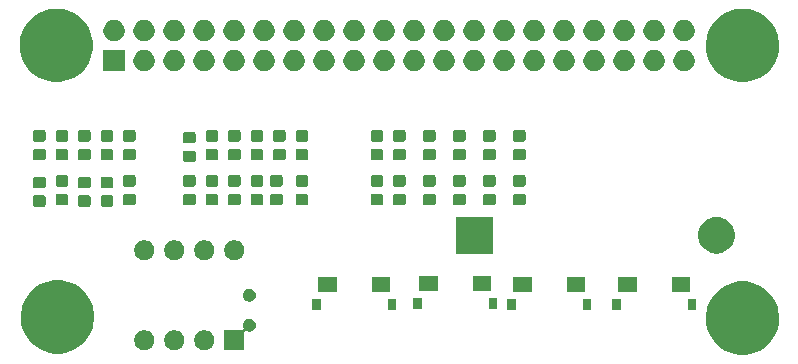
<source format=gbr>
G04 #@! TF.GenerationSoftware,KiCad,Pcbnew,5.1.6-c6e7f7d~87~ubuntu18.04.1*
G04 #@! TF.CreationDate,2020-07-17T19:47:34-05:00*
G04 #@! TF.ProjectId,relojBin,72656c6f-6a42-4696-9e2e-6b696361645f,1.0.8*
G04 #@! TF.SameCoordinates,Original*
G04 #@! TF.FileFunction,Soldermask,Top*
G04 #@! TF.FilePolarity,Negative*
%FSLAX46Y46*%
G04 Gerber Fmt 4.6, Leading zero omitted, Abs format (unit mm)*
G04 Created by KiCad (PCBNEW 5.1.6-c6e7f7d~87~ubuntu18.04.1) date 2020-07-17 19:47:34*
%MOMM*%
%LPD*%
G01*
G04 APERTURE LIST*
%ADD10C,0.100000*%
G04 APERTURE END LIST*
D10*
G36*
X112204780Y-72559565D02*
G01*
X112504237Y-72619131D01*
X113068401Y-72852815D01*
X113576135Y-73192072D01*
X114007928Y-73623865D01*
X114347185Y-74131599D01*
X114580869Y-74695763D01*
X114623682Y-74911000D01*
X114700000Y-75294675D01*
X114700000Y-75905325D01*
X114673355Y-76039279D01*
X114580869Y-76504237D01*
X114347185Y-77068401D01*
X114007928Y-77576135D01*
X113576135Y-78007928D01*
X113068401Y-78347185D01*
X112504237Y-78580869D01*
X112204780Y-78640434D01*
X111905325Y-78700000D01*
X111294675Y-78700000D01*
X110995220Y-78640434D01*
X110695763Y-78580869D01*
X110131599Y-78347185D01*
X109623865Y-78007928D01*
X109192072Y-77576135D01*
X108852815Y-77068401D01*
X108619131Y-76504237D01*
X108526645Y-76039279D01*
X108500000Y-75905325D01*
X108500000Y-75294675D01*
X108576318Y-74911000D01*
X108619131Y-74695763D01*
X108852815Y-74131599D01*
X109192072Y-73623865D01*
X109623865Y-73192072D01*
X110131599Y-72852815D01*
X110695763Y-72619131D01*
X110995220Y-72559565D01*
X111294675Y-72500000D01*
X111905325Y-72500000D01*
X112204780Y-72559565D01*
G37*
G36*
X54204780Y-72459566D02*
G01*
X54504237Y-72519131D01*
X55068401Y-72752815D01*
X55576135Y-73092072D01*
X56007928Y-73523865D01*
X56347185Y-74031599D01*
X56580869Y-74595763D01*
X56626666Y-74826000D01*
X56700000Y-75194675D01*
X56700000Y-75805325D01*
X56640434Y-76104780D01*
X56580869Y-76404237D01*
X56347185Y-76968401D01*
X56007928Y-77476135D01*
X55576135Y-77907928D01*
X55068401Y-78247185D01*
X54504237Y-78480869D01*
X54204780Y-78540434D01*
X53905325Y-78600000D01*
X53294675Y-78600000D01*
X52995220Y-78540434D01*
X52695763Y-78480869D01*
X52131599Y-78247185D01*
X51623865Y-77907928D01*
X51192072Y-77476135D01*
X50852815Y-76968401D01*
X50619131Y-76404237D01*
X50559566Y-76104780D01*
X50500000Y-75805325D01*
X50500000Y-75194675D01*
X50573334Y-74826000D01*
X50619131Y-74595763D01*
X50852815Y-74031599D01*
X51192072Y-73523865D01*
X51623865Y-73092072D01*
X52131599Y-72752815D01*
X52695763Y-72519131D01*
X52995220Y-72459566D01*
X53294675Y-72400000D01*
X53905325Y-72400000D01*
X54204780Y-72459566D01*
G37*
G36*
X66288228Y-76651703D02*
G01*
X66443100Y-76715853D01*
X66582481Y-76808985D01*
X66701015Y-76927519D01*
X66794147Y-77066900D01*
X66858297Y-77221772D01*
X66891000Y-77386184D01*
X66891000Y-77553816D01*
X66858297Y-77718228D01*
X66794147Y-77873100D01*
X66701015Y-78012481D01*
X66582481Y-78131015D01*
X66443100Y-78224147D01*
X66288228Y-78288297D01*
X66123816Y-78321000D01*
X65956184Y-78321000D01*
X65791772Y-78288297D01*
X65636900Y-78224147D01*
X65497519Y-78131015D01*
X65378985Y-78012481D01*
X65285853Y-77873100D01*
X65221703Y-77718228D01*
X65189000Y-77553816D01*
X65189000Y-77386184D01*
X65221703Y-77221772D01*
X65285853Y-77066900D01*
X65378985Y-76927519D01*
X65497519Y-76808985D01*
X65636900Y-76715853D01*
X65791772Y-76651703D01*
X65956184Y-76619000D01*
X66123816Y-76619000D01*
X66288228Y-76651703D01*
G37*
G36*
X63748228Y-76651703D02*
G01*
X63903100Y-76715853D01*
X64042481Y-76808985D01*
X64161015Y-76927519D01*
X64254147Y-77066900D01*
X64318297Y-77221772D01*
X64351000Y-77386184D01*
X64351000Y-77553816D01*
X64318297Y-77718228D01*
X64254147Y-77873100D01*
X64161015Y-78012481D01*
X64042481Y-78131015D01*
X63903100Y-78224147D01*
X63748228Y-78288297D01*
X63583816Y-78321000D01*
X63416184Y-78321000D01*
X63251772Y-78288297D01*
X63096900Y-78224147D01*
X62957519Y-78131015D01*
X62838985Y-78012481D01*
X62745853Y-77873100D01*
X62681703Y-77718228D01*
X62649000Y-77553816D01*
X62649000Y-77386184D01*
X62681703Y-77221772D01*
X62745853Y-77066900D01*
X62838985Y-76927519D01*
X62957519Y-76808985D01*
X63096900Y-76715853D01*
X63251772Y-76651703D01*
X63416184Y-76619000D01*
X63583816Y-76619000D01*
X63748228Y-76651703D01*
G37*
G36*
X61208228Y-76651703D02*
G01*
X61363100Y-76715853D01*
X61502481Y-76808985D01*
X61621015Y-76927519D01*
X61714147Y-77066900D01*
X61778297Y-77221772D01*
X61811000Y-77386184D01*
X61811000Y-77553816D01*
X61778297Y-77718228D01*
X61714147Y-77873100D01*
X61621015Y-78012481D01*
X61502481Y-78131015D01*
X61363100Y-78224147D01*
X61208228Y-78288297D01*
X61043816Y-78321000D01*
X60876184Y-78321000D01*
X60711772Y-78288297D01*
X60556900Y-78224147D01*
X60417519Y-78131015D01*
X60298985Y-78012481D01*
X60205853Y-77873100D01*
X60141703Y-77718228D01*
X60109000Y-77553816D01*
X60109000Y-77386184D01*
X60141703Y-77221772D01*
X60205853Y-77066900D01*
X60298985Y-76927519D01*
X60417519Y-76808985D01*
X60556900Y-76715853D01*
X60711772Y-76651703D01*
X60876184Y-76619000D01*
X61043816Y-76619000D01*
X61208228Y-76651703D01*
G37*
G36*
X70010721Y-75670174D02*
G01*
X70110995Y-75711709D01*
X70110996Y-75711710D01*
X70201242Y-75772010D01*
X70277990Y-75848758D01*
X70277991Y-75848760D01*
X70338291Y-75939005D01*
X70379826Y-76039279D01*
X70401000Y-76145730D01*
X70401000Y-76254270D01*
X70379826Y-76360721D01*
X70338291Y-76460995D01*
X70338290Y-76460996D01*
X70277990Y-76551242D01*
X70201242Y-76627990D01*
X70165753Y-76651703D01*
X70110995Y-76688291D01*
X70010721Y-76729826D01*
X69904270Y-76751000D01*
X69795730Y-76751000D01*
X69689280Y-76729826D01*
X69603834Y-76694433D01*
X69580385Y-76687320D01*
X69555999Y-76684918D01*
X69531613Y-76687320D01*
X69508164Y-76694433D01*
X69486554Y-76705984D01*
X69467612Y-76721529D01*
X69452066Y-76740471D01*
X69440515Y-76762082D01*
X69433402Y-76785531D01*
X69431000Y-76809917D01*
X69431000Y-78321000D01*
X67729000Y-78321000D01*
X67729000Y-76619000D01*
X69240083Y-76619000D01*
X69264469Y-76616598D01*
X69287918Y-76609485D01*
X69309529Y-76597934D01*
X69328471Y-76582389D01*
X69344016Y-76563447D01*
X69355567Y-76541836D01*
X69362680Y-76518387D01*
X69365082Y-76494001D01*
X69362680Y-76469615D01*
X69355567Y-76446166D01*
X69320174Y-76360720D01*
X69299000Y-76254270D01*
X69299000Y-76145730D01*
X69320174Y-76039279D01*
X69361709Y-75939005D01*
X69422009Y-75848760D01*
X69422010Y-75848758D01*
X69498758Y-75772010D01*
X69589004Y-75711710D01*
X69589005Y-75711709D01*
X69689279Y-75670174D01*
X69795730Y-75649000D01*
X69904270Y-75649000D01*
X70010721Y-75670174D01*
G37*
G36*
X92401000Y-74911000D02*
G01*
X91699000Y-74911000D01*
X91699000Y-73959000D01*
X92401000Y-73959000D01*
X92401000Y-74911000D01*
G37*
G36*
X107691000Y-74911000D02*
G01*
X106989000Y-74911000D01*
X106989000Y-73959000D01*
X107691000Y-73959000D01*
X107691000Y-74911000D01*
G37*
G36*
X101291000Y-74911000D02*
G01*
X100589000Y-74911000D01*
X100589000Y-73959000D01*
X101291000Y-73959000D01*
X101291000Y-74911000D01*
G37*
G36*
X98801000Y-74911000D02*
G01*
X98099000Y-74911000D01*
X98099000Y-73959000D01*
X98801000Y-73959000D01*
X98801000Y-74911000D01*
G37*
G36*
X82291000Y-74911000D02*
G01*
X81589000Y-74911000D01*
X81589000Y-73959000D01*
X82291000Y-73959000D01*
X82291000Y-74911000D01*
G37*
G36*
X75891000Y-74911000D02*
G01*
X75189000Y-74911000D01*
X75189000Y-73959000D01*
X75891000Y-73959000D01*
X75891000Y-74911000D01*
G37*
G36*
X84446000Y-74826000D02*
G01*
X83744000Y-74826000D01*
X83744000Y-73874000D01*
X84446000Y-73874000D01*
X84446000Y-74826000D01*
G37*
G36*
X90846000Y-74826000D02*
G01*
X90144000Y-74826000D01*
X90144000Y-73874000D01*
X90846000Y-73874000D01*
X90846000Y-74826000D01*
G37*
G36*
X70010721Y-73130174D02*
G01*
X70110995Y-73171709D01*
X70110996Y-73171710D01*
X70201242Y-73232010D01*
X70277990Y-73308758D01*
X70277991Y-73308760D01*
X70338291Y-73399005D01*
X70379826Y-73499279D01*
X70401000Y-73605730D01*
X70401000Y-73714270D01*
X70379826Y-73820721D01*
X70338291Y-73920995D01*
X70338290Y-73920996D01*
X70277990Y-74011242D01*
X70201242Y-74087990D01*
X70155812Y-74118345D01*
X70110995Y-74148291D01*
X70010721Y-74189826D01*
X69904270Y-74211000D01*
X69795730Y-74211000D01*
X69689279Y-74189826D01*
X69589005Y-74148291D01*
X69544188Y-74118345D01*
X69498758Y-74087990D01*
X69422010Y-74011242D01*
X69361710Y-73920996D01*
X69361709Y-73920995D01*
X69320174Y-73820721D01*
X69299000Y-73714270D01*
X69299000Y-73605730D01*
X69320174Y-73499279D01*
X69361709Y-73399005D01*
X69422009Y-73308760D01*
X69422010Y-73308758D01*
X69498758Y-73232010D01*
X69589004Y-73171710D01*
X69589005Y-73171709D01*
X69689279Y-73130174D01*
X69795730Y-73109000D01*
X69904270Y-73109000D01*
X70010721Y-73130174D01*
G37*
G36*
X107191000Y-73361000D02*
G01*
X105639000Y-73361000D01*
X105639000Y-72159000D01*
X107191000Y-72159000D01*
X107191000Y-73361000D01*
G37*
G36*
X102641000Y-73361000D02*
G01*
X101089000Y-73361000D01*
X101089000Y-72159000D01*
X102641000Y-72159000D01*
X102641000Y-73361000D01*
G37*
G36*
X98301000Y-73361000D02*
G01*
X96749000Y-73361000D01*
X96749000Y-72159000D01*
X98301000Y-72159000D01*
X98301000Y-73361000D01*
G37*
G36*
X93751000Y-73361000D02*
G01*
X92199000Y-73361000D01*
X92199000Y-72159000D01*
X93751000Y-72159000D01*
X93751000Y-73361000D01*
G37*
G36*
X81791000Y-73361000D02*
G01*
X80239000Y-73361000D01*
X80239000Y-72159000D01*
X81791000Y-72159000D01*
X81791000Y-73361000D01*
G37*
G36*
X77241000Y-73361000D02*
G01*
X75689000Y-73361000D01*
X75689000Y-72159000D01*
X77241000Y-72159000D01*
X77241000Y-73361000D01*
G37*
G36*
X90346000Y-73276000D02*
G01*
X88794000Y-73276000D01*
X88794000Y-72074000D01*
X90346000Y-72074000D01*
X90346000Y-73276000D01*
G37*
G36*
X85796000Y-73276000D02*
G01*
X84244000Y-73276000D01*
X84244000Y-72074000D01*
X85796000Y-72074000D01*
X85796000Y-73276000D01*
G37*
G36*
X66288228Y-69031703D02*
G01*
X66443100Y-69095853D01*
X66582481Y-69188985D01*
X66701015Y-69307519D01*
X66794147Y-69446900D01*
X66858297Y-69601772D01*
X66891000Y-69766184D01*
X66891000Y-69933816D01*
X66858297Y-70098228D01*
X66794147Y-70253100D01*
X66701015Y-70392481D01*
X66582481Y-70511015D01*
X66443100Y-70604147D01*
X66288228Y-70668297D01*
X66123816Y-70701000D01*
X65956184Y-70701000D01*
X65791772Y-70668297D01*
X65636900Y-70604147D01*
X65497519Y-70511015D01*
X65378985Y-70392481D01*
X65285853Y-70253100D01*
X65221703Y-70098228D01*
X65189000Y-69933816D01*
X65189000Y-69766184D01*
X65221703Y-69601772D01*
X65285853Y-69446900D01*
X65378985Y-69307519D01*
X65497519Y-69188985D01*
X65636900Y-69095853D01*
X65791772Y-69031703D01*
X65956184Y-68999000D01*
X66123816Y-68999000D01*
X66288228Y-69031703D01*
G37*
G36*
X63748228Y-69031703D02*
G01*
X63903100Y-69095853D01*
X64042481Y-69188985D01*
X64161015Y-69307519D01*
X64254147Y-69446900D01*
X64318297Y-69601772D01*
X64351000Y-69766184D01*
X64351000Y-69933816D01*
X64318297Y-70098228D01*
X64254147Y-70253100D01*
X64161015Y-70392481D01*
X64042481Y-70511015D01*
X63903100Y-70604147D01*
X63748228Y-70668297D01*
X63583816Y-70701000D01*
X63416184Y-70701000D01*
X63251772Y-70668297D01*
X63096900Y-70604147D01*
X62957519Y-70511015D01*
X62838985Y-70392481D01*
X62745853Y-70253100D01*
X62681703Y-70098228D01*
X62649000Y-69933816D01*
X62649000Y-69766184D01*
X62681703Y-69601772D01*
X62745853Y-69446900D01*
X62838985Y-69307519D01*
X62957519Y-69188985D01*
X63096900Y-69095853D01*
X63251772Y-69031703D01*
X63416184Y-68999000D01*
X63583816Y-68999000D01*
X63748228Y-69031703D01*
G37*
G36*
X61208228Y-69031703D02*
G01*
X61363100Y-69095853D01*
X61502481Y-69188985D01*
X61621015Y-69307519D01*
X61714147Y-69446900D01*
X61778297Y-69601772D01*
X61811000Y-69766184D01*
X61811000Y-69933816D01*
X61778297Y-70098228D01*
X61714147Y-70253100D01*
X61621015Y-70392481D01*
X61502481Y-70511015D01*
X61363100Y-70604147D01*
X61208228Y-70668297D01*
X61043816Y-70701000D01*
X60876184Y-70701000D01*
X60711772Y-70668297D01*
X60556900Y-70604147D01*
X60417519Y-70511015D01*
X60298985Y-70392481D01*
X60205853Y-70253100D01*
X60141703Y-70098228D01*
X60109000Y-69933816D01*
X60109000Y-69766184D01*
X60141703Y-69601772D01*
X60205853Y-69446900D01*
X60298985Y-69307519D01*
X60417519Y-69188985D01*
X60556900Y-69095853D01*
X60711772Y-69031703D01*
X60876184Y-68999000D01*
X61043816Y-68999000D01*
X61208228Y-69031703D01*
G37*
G36*
X68828228Y-69031703D02*
G01*
X68983100Y-69095853D01*
X69122481Y-69188985D01*
X69241015Y-69307519D01*
X69334147Y-69446900D01*
X69398297Y-69601772D01*
X69431000Y-69766184D01*
X69431000Y-69933816D01*
X69398297Y-70098228D01*
X69334147Y-70253100D01*
X69241015Y-70392481D01*
X69122481Y-70511015D01*
X68983100Y-70604147D01*
X68828228Y-70668297D01*
X68663816Y-70701000D01*
X68496184Y-70701000D01*
X68331772Y-70668297D01*
X68176900Y-70604147D01*
X68037519Y-70511015D01*
X67918985Y-70392481D01*
X67825853Y-70253100D01*
X67761703Y-70098228D01*
X67729000Y-69933816D01*
X67729000Y-69766184D01*
X67761703Y-69601772D01*
X67825853Y-69446900D01*
X67918985Y-69307519D01*
X68037519Y-69188985D01*
X68176900Y-69095853D01*
X68331772Y-69031703D01*
X68496184Y-68999000D01*
X68663816Y-68999000D01*
X68828228Y-69031703D01*
G37*
G36*
X90451000Y-70131000D02*
G01*
X87349000Y-70131000D01*
X87349000Y-67029000D01*
X90451000Y-67029000D01*
X90451000Y-70131000D01*
G37*
G36*
X109692585Y-67058802D02*
G01*
X109842410Y-67088604D01*
X110124674Y-67205521D01*
X110378705Y-67375259D01*
X110594741Y-67591295D01*
X110764479Y-67845326D01*
X110881396Y-68127590D01*
X110941000Y-68427240D01*
X110941000Y-68732760D01*
X110881396Y-69032410D01*
X110764479Y-69314674D01*
X110594741Y-69568705D01*
X110378705Y-69784741D01*
X110124674Y-69954479D01*
X109842410Y-70071396D01*
X109707516Y-70098228D01*
X109542761Y-70131000D01*
X109237239Y-70131000D01*
X109072484Y-70098228D01*
X108937590Y-70071396D01*
X108655326Y-69954479D01*
X108401295Y-69784741D01*
X108185259Y-69568705D01*
X108015521Y-69314674D01*
X107898604Y-69032410D01*
X107839000Y-68732760D01*
X107839000Y-68427240D01*
X107898604Y-68127590D01*
X108015521Y-67845326D01*
X108185259Y-67591295D01*
X108401295Y-67375259D01*
X108655326Y-67205521D01*
X108937590Y-67088604D01*
X109087415Y-67058802D01*
X109237239Y-67029000D01*
X109542761Y-67029000D01*
X109692585Y-67058802D01*
G37*
G36*
X58164591Y-65200085D02*
G01*
X58198569Y-65210393D01*
X58229890Y-65227134D01*
X58257339Y-65249661D01*
X58279866Y-65277110D01*
X58296607Y-65308431D01*
X58306915Y-65342409D01*
X58311000Y-65383890D01*
X58311000Y-65985110D01*
X58306915Y-66026591D01*
X58296607Y-66060569D01*
X58279866Y-66091890D01*
X58257339Y-66119339D01*
X58229890Y-66141866D01*
X58198569Y-66158607D01*
X58164591Y-66168915D01*
X58123110Y-66173000D01*
X57446890Y-66173000D01*
X57405409Y-66168915D01*
X57371431Y-66158607D01*
X57340110Y-66141866D01*
X57312661Y-66119339D01*
X57290134Y-66091890D01*
X57273393Y-66060569D01*
X57263085Y-66026591D01*
X57259000Y-65985110D01*
X57259000Y-65383890D01*
X57263085Y-65342409D01*
X57273393Y-65308431D01*
X57290134Y-65277110D01*
X57312661Y-65249661D01*
X57340110Y-65227134D01*
X57371431Y-65210393D01*
X57405409Y-65200085D01*
X57446890Y-65196000D01*
X58123110Y-65196000D01*
X58164591Y-65200085D01*
G37*
G36*
X52449591Y-65200085D02*
G01*
X52483569Y-65210393D01*
X52514890Y-65227134D01*
X52542339Y-65249661D01*
X52564866Y-65277110D01*
X52581607Y-65308431D01*
X52591915Y-65342409D01*
X52596000Y-65383890D01*
X52596000Y-65985110D01*
X52591915Y-66026591D01*
X52581607Y-66060569D01*
X52564866Y-66091890D01*
X52542339Y-66119339D01*
X52514890Y-66141866D01*
X52483569Y-66158607D01*
X52449591Y-66168915D01*
X52408110Y-66173000D01*
X51731890Y-66173000D01*
X51690409Y-66168915D01*
X51656431Y-66158607D01*
X51625110Y-66141866D01*
X51597661Y-66119339D01*
X51575134Y-66091890D01*
X51558393Y-66060569D01*
X51548085Y-66026591D01*
X51544000Y-65985110D01*
X51544000Y-65383890D01*
X51548085Y-65342409D01*
X51558393Y-65308431D01*
X51575134Y-65277110D01*
X51597661Y-65249661D01*
X51625110Y-65227134D01*
X51656431Y-65210393D01*
X51690409Y-65200085D01*
X51731890Y-65196000D01*
X52408110Y-65196000D01*
X52449591Y-65200085D01*
G37*
G36*
X56259591Y-65200085D02*
G01*
X56293569Y-65210393D01*
X56324890Y-65227134D01*
X56352339Y-65249661D01*
X56374866Y-65277110D01*
X56391607Y-65308431D01*
X56401915Y-65342409D01*
X56406000Y-65383890D01*
X56406000Y-65985110D01*
X56401915Y-66026591D01*
X56391607Y-66060569D01*
X56374866Y-66091890D01*
X56352339Y-66119339D01*
X56324890Y-66141866D01*
X56293569Y-66158607D01*
X56259591Y-66168915D01*
X56218110Y-66173000D01*
X55541890Y-66173000D01*
X55500409Y-66168915D01*
X55466431Y-66158607D01*
X55435110Y-66141866D01*
X55407661Y-66119339D01*
X55385134Y-66091890D01*
X55368393Y-66060569D01*
X55358085Y-66026591D01*
X55354000Y-65985110D01*
X55354000Y-65383890D01*
X55358085Y-65342409D01*
X55368393Y-65308431D01*
X55385134Y-65277110D01*
X55407661Y-65249661D01*
X55435110Y-65227134D01*
X55466431Y-65210393D01*
X55500409Y-65200085D01*
X55541890Y-65196000D01*
X56218110Y-65196000D01*
X56259591Y-65200085D01*
G37*
G36*
X72515591Y-65073085D02*
G01*
X72549569Y-65083393D01*
X72580890Y-65100134D01*
X72608339Y-65122661D01*
X72630866Y-65150110D01*
X72647607Y-65181431D01*
X72657915Y-65215409D01*
X72662000Y-65256890D01*
X72662000Y-65858110D01*
X72657915Y-65899591D01*
X72647607Y-65933569D01*
X72630866Y-65964890D01*
X72608339Y-65992339D01*
X72580890Y-66014866D01*
X72549569Y-66031607D01*
X72515591Y-66041915D01*
X72474110Y-66046000D01*
X71797890Y-66046000D01*
X71756409Y-66041915D01*
X71722431Y-66031607D01*
X71691110Y-66014866D01*
X71663661Y-65992339D01*
X71641134Y-65964890D01*
X71624393Y-65933569D01*
X71614085Y-65899591D01*
X71610000Y-65858110D01*
X71610000Y-65256890D01*
X71614085Y-65215409D01*
X71624393Y-65181431D01*
X71641134Y-65150110D01*
X71663661Y-65122661D01*
X71691110Y-65100134D01*
X71722431Y-65083393D01*
X71756409Y-65073085D01*
X71797890Y-65069000D01*
X72474110Y-65069000D01*
X72515591Y-65073085D01*
G37*
G36*
X70864591Y-65073085D02*
G01*
X70898569Y-65083393D01*
X70929890Y-65100134D01*
X70957339Y-65122661D01*
X70979866Y-65150110D01*
X70996607Y-65181431D01*
X71006915Y-65215409D01*
X71011000Y-65256890D01*
X71011000Y-65858110D01*
X71006915Y-65899591D01*
X70996607Y-65933569D01*
X70979866Y-65964890D01*
X70957339Y-65992339D01*
X70929890Y-66014866D01*
X70898569Y-66031607D01*
X70864591Y-66041915D01*
X70823110Y-66046000D01*
X70146890Y-66046000D01*
X70105409Y-66041915D01*
X70071431Y-66031607D01*
X70040110Y-66014866D01*
X70012661Y-65992339D01*
X69990134Y-65964890D01*
X69973393Y-65933569D01*
X69963085Y-65899591D01*
X69959000Y-65858110D01*
X69959000Y-65256890D01*
X69963085Y-65215409D01*
X69973393Y-65181431D01*
X69990134Y-65150110D01*
X70012661Y-65122661D01*
X70040110Y-65100134D01*
X70071431Y-65083393D01*
X70105409Y-65073085D01*
X70146890Y-65069000D01*
X70823110Y-65069000D01*
X70864591Y-65073085D01*
G37*
G36*
X54354591Y-65073085D02*
G01*
X54388569Y-65083393D01*
X54419890Y-65100134D01*
X54447339Y-65122661D01*
X54469866Y-65150110D01*
X54486607Y-65181431D01*
X54496915Y-65215409D01*
X54501000Y-65256890D01*
X54501000Y-65858110D01*
X54496915Y-65899591D01*
X54486607Y-65933569D01*
X54469866Y-65964890D01*
X54447339Y-65992339D01*
X54419890Y-66014866D01*
X54388569Y-66031607D01*
X54354591Y-66041915D01*
X54313110Y-66046000D01*
X53636890Y-66046000D01*
X53595409Y-66041915D01*
X53561431Y-66031607D01*
X53530110Y-66014866D01*
X53502661Y-65992339D01*
X53480134Y-65964890D01*
X53463393Y-65933569D01*
X53453085Y-65899591D01*
X53449000Y-65858110D01*
X53449000Y-65256890D01*
X53453085Y-65215409D01*
X53463393Y-65181431D01*
X53480134Y-65150110D01*
X53502661Y-65122661D01*
X53530110Y-65100134D01*
X53561431Y-65083393D01*
X53595409Y-65073085D01*
X53636890Y-65069000D01*
X54313110Y-65069000D01*
X54354591Y-65073085D01*
G37*
G36*
X60069591Y-65073085D02*
G01*
X60103569Y-65083393D01*
X60134890Y-65100134D01*
X60162339Y-65122661D01*
X60184866Y-65150110D01*
X60201607Y-65181431D01*
X60211915Y-65215409D01*
X60216000Y-65256890D01*
X60216000Y-65858110D01*
X60211915Y-65899591D01*
X60201607Y-65933569D01*
X60184866Y-65964890D01*
X60162339Y-65992339D01*
X60134890Y-66014866D01*
X60103569Y-66031607D01*
X60069591Y-66041915D01*
X60028110Y-66046000D01*
X59351890Y-66046000D01*
X59310409Y-66041915D01*
X59276431Y-66031607D01*
X59245110Y-66014866D01*
X59217661Y-65992339D01*
X59195134Y-65964890D01*
X59178393Y-65933569D01*
X59168085Y-65899591D01*
X59164000Y-65858110D01*
X59164000Y-65256890D01*
X59168085Y-65215409D01*
X59178393Y-65181431D01*
X59195134Y-65150110D01*
X59217661Y-65122661D01*
X59245110Y-65100134D01*
X59276431Y-65083393D01*
X59310409Y-65073085D01*
X59351890Y-65069000D01*
X60028110Y-65069000D01*
X60069591Y-65073085D01*
G37*
G36*
X65149591Y-65073085D02*
G01*
X65183569Y-65083393D01*
X65214890Y-65100134D01*
X65242339Y-65122661D01*
X65264866Y-65150110D01*
X65281607Y-65181431D01*
X65291915Y-65215409D01*
X65296000Y-65256890D01*
X65296000Y-65858110D01*
X65291915Y-65899591D01*
X65281607Y-65933569D01*
X65264866Y-65964890D01*
X65242339Y-65992339D01*
X65214890Y-66014866D01*
X65183569Y-66031607D01*
X65149591Y-66041915D01*
X65108110Y-66046000D01*
X64431890Y-66046000D01*
X64390409Y-66041915D01*
X64356431Y-66031607D01*
X64325110Y-66014866D01*
X64297661Y-65992339D01*
X64275134Y-65964890D01*
X64258393Y-65933569D01*
X64248085Y-65899591D01*
X64244000Y-65858110D01*
X64244000Y-65256890D01*
X64248085Y-65215409D01*
X64258393Y-65181431D01*
X64275134Y-65150110D01*
X64297661Y-65122661D01*
X64325110Y-65100134D01*
X64356431Y-65083393D01*
X64390409Y-65073085D01*
X64431890Y-65069000D01*
X65108110Y-65069000D01*
X65149591Y-65073085D01*
G37*
G36*
X67054591Y-65073085D02*
G01*
X67088569Y-65083393D01*
X67119890Y-65100134D01*
X67147339Y-65122661D01*
X67169866Y-65150110D01*
X67186607Y-65181431D01*
X67196915Y-65215409D01*
X67201000Y-65256890D01*
X67201000Y-65858110D01*
X67196915Y-65899591D01*
X67186607Y-65933569D01*
X67169866Y-65964890D01*
X67147339Y-65992339D01*
X67119890Y-66014866D01*
X67088569Y-66031607D01*
X67054591Y-66041915D01*
X67013110Y-66046000D01*
X66336890Y-66046000D01*
X66295409Y-66041915D01*
X66261431Y-66031607D01*
X66230110Y-66014866D01*
X66202661Y-65992339D01*
X66180134Y-65964890D01*
X66163393Y-65933569D01*
X66153085Y-65899591D01*
X66149000Y-65858110D01*
X66149000Y-65256890D01*
X66153085Y-65215409D01*
X66163393Y-65181431D01*
X66180134Y-65150110D01*
X66202661Y-65122661D01*
X66230110Y-65100134D01*
X66261431Y-65083393D01*
X66295409Y-65073085D01*
X66336890Y-65069000D01*
X67013110Y-65069000D01*
X67054591Y-65073085D01*
G37*
G36*
X68959591Y-65073085D02*
G01*
X68993569Y-65083393D01*
X69024890Y-65100134D01*
X69052339Y-65122661D01*
X69074866Y-65150110D01*
X69091607Y-65181431D01*
X69101915Y-65215409D01*
X69106000Y-65256890D01*
X69106000Y-65858110D01*
X69101915Y-65899591D01*
X69091607Y-65933569D01*
X69074866Y-65964890D01*
X69052339Y-65992339D01*
X69024890Y-66014866D01*
X68993569Y-66031607D01*
X68959591Y-66041915D01*
X68918110Y-66046000D01*
X68241890Y-66046000D01*
X68200409Y-66041915D01*
X68166431Y-66031607D01*
X68135110Y-66014866D01*
X68107661Y-65992339D01*
X68085134Y-65964890D01*
X68068393Y-65933569D01*
X68058085Y-65899591D01*
X68054000Y-65858110D01*
X68054000Y-65256890D01*
X68058085Y-65215409D01*
X68068393Y-65181431D01*
X68085134Y-65150110D01*
X68107661Y-65122661D01*
X68135110Y-65100134D01*
X68166431Y-65083393D01*
X68200409Y-65073085D01*
X68241890Y-65069000D01*
X68918110Y-65069000D01*
X68959591Y-65073085D01*
G37*
G36*
X81024591Y-65073085D02*
G01*
X81058569Y-65083393D01*
X81089890Y-65100134D01*
X81117339Y-65122661D01*
X81139866Y-65150110D01*
X81156607Y-65181431D01*
X81166915Y-65215409D01*
X81171000Y-65256890D01*
X81171000Y-65858110D01*
X81166915Y-65899591D01*
X81156607Y-65933569D01*
X81139866Y-65964890D01*
X81117339Y-65992339D01*
X81089890Y-66014866D01*
X81058569Y-66031607D01*
X81024591Y-66041915D01*
X80983110Y-66046000D01*
X80306890Y-66046000D01*
X80265409Y-66041915D01*
X80231431Y-66031607D01*
X80200110Y-66014866D01*
X80172661Y-65992339D01*
X80150134Y-65964890D01*
X80133393Y-65933569D01*
X80123085Y-65899591D01*
X80119000Y-65858110D01*
X80119000Y-65256890D01*
X80123085Y-65215409D01*
X80133393Y-65181431D01*
X80150134Y-65150110D01*
X80172661Y-65122661D01*
X80200110Y-65100134D01*
X80231431Y-65083393D01*
X80265409Y-65073085D01*
X80306890Y-65069000D01*
X80983110Y-65069000D01*
X81024591Y-65073085D01*
G37*
G36*
X74674591Y-65073085D02*
G01*
X74708569Y-65083393D01*
X74739890Y-65100134D01*
X74767339Y-65122661D01*
X74789866Y-65150110D01*
X74806607Y-65181431D01*
X74816915Y-65215409D01*
X74821000Y-65256890D01*
X74821000Y-65858110D01*
X74816915Y-65899591D01*
X74806607Y-65933569D01*
X74789866Y-65964890D01*
X74767339Y-65992339D01*
X74739890Y-66014866D01*
X74708569Y-66031607D01*
X74674591Y-66041915D01*
X74633110Y-66046000D01*
X73956890Y-66046000D01*
X73915409Y-66041915D01*
X73881431Y-66031607D01*
X73850110Y-66014866D01*
X73822661Y-65992339D01*
X73800134Y-65964890D01*
X73783393Y-65933569D01*
X73773085Y-65899591D01*
X73769000Y-65858110D01*
X73769000Y-65256890D01*
X73773085Y-65215409D01*
X73783393Y-65181431D01*
X73800134Y-65150110D01*
X73822661Y-65122661D01*
X73850110Y-65100134D01*
X73881431Y-65083393D01*
X73915409Y-65073085D01*
X73956890Y-65069000D01*
X74633110Y-65069000D01*
X74674591Y-65073085D01*
G37*
G36*
X93089591Y-65073085D02*
G01*
X93123569Y-65083393D01*
X93154890Y-65100134D01*
X93182339Y-65122661D01*
X93204866Y-65150110D01*
X93221607Y-65181431D01*
X93231915Y-65215409D01*
X93236000Y-65256890D01*
X93236000Y-65858110D01*
X93231915Y-65899591D01*
X93221607Y-65933569D01*
X93204866Y-65964890D01*
X93182339Y-65992339D01*
X93154890Y-66014866D01*
X93123569Y-66031607D01*
X93089591Y-66041915D01*
X93048110Y-66046000D01*
X92371890Y-66046000D01*
X92330409Y-66041915D01*
X92296431Y-66031607D01*
X92265110Y-66014866D01*
X92237661Y-65992339D01*
X92215134Y-65964890D01*
X92198393Y-65933569D01*
X92188085Y-65899591D01*
X92184000Y-65858110D01*
X92184000Y-65256890D01*
X92188085Y-65215409D01*
X92198393Y-65181431D01*
X92215134Y-65150110D01*
X92237661Y-65122661D01*
X92265110Y-65100134D01*
X92296431Y-65083393D01*
X92330409Y-65073085D01*
X92371890Y-65069000D01*
X93048110Y-65069000D01*
X93089591Y-65073085D01*
G37*
G36*
X90549591Y-65073085D02*
G01*
X90583569Y-65083393D01*
X90614890Y-65100134D01*
X90642339Y-65122661D01*
X90664866Y-65150110D01*
X90681607Y-65181431D01*
X90691915Y-65215409D01*
X90696000Y-65256890D01*
X90696000Y-65858110D01*
X90691915Y-65899591D01*
X90681607Y-65933569D01*
X90664866Y-65964890D01*
X90642339Y-65992339D01*
X90614890Y-66014866D01*
X90583569Y-66031607D01*
X90549591Y-66041915D01*
X90508110Y-66046000D01*
X89831890Y-66046000D01*
X89790409Y-66041915D01*
X89756431Y-66031607D01*
X89725110Y-66014866D01*
X89697661Y-65992339D01*
X89675134Y-65964890D01*
X89658393Y-65933569D01*
X89648085Y-65899591D01*
X89644000Y-65858110D01*
X89644000Y-65256890D01*
X89648085Y-65215409D01*
X89658393Y-65181431D01*
X89675134Y-65150110D01*
X89697661Y-65122661D01*
X89725110Y-65100134D01*
X89756431Y-65083393D01*
X89790409Y-65073085D01*
X89831890Y-65069000D01*
X90508110Y-65069000D01*
X90549591Y-65073085D01*
G37*
G36*
X88009591Y-65073085D02*
G01*
X88043569Y-65083393D01*
X88074890Y-65100134D01*
X88102339Y-65122661D01*
X88124866Y-65150110D01*
X88141607Y-65181431D01*
X88151915Y-65215409D01*
X88156000Y-65256890D01*
X88156000Y-65858110D01*
X88151915Y-65899591D01*
X88141607Y-65933569D01*
X88124866Y-65964890D01*
X88102339Y-65992339D01*
X88074890Y-66014866D01*
X88043569Y-66031607D01*
X88009591Y-66041915D01*
X87968110Y-66046000D01*
X87291890Y-66046000D01*
X87250409Y-66041915D01*
X87216431Y-66031607D01*
X87185110Y-66014866D01*
X87157661Y-65992339D01*
X87135134Y-65964890D01*
X87118393Y-65933569D01*
X87108085Y-65899591D01*
X87104000Y-65858110D01*
X87104000Y-65256890D01*
X87108085Y-65215409D01*
X87118393Y-65181431D01*
X87135134Y-65150110D01*
X87157661Y-65122661D01*
X87185110Y-65100134D01*
X87216431Y-65083393D01*
X87250409Y-65073085D01*
X87291890Y-65069000D01*
X87968110Y-65069000D01*
X88009591Y-65073085D01*
G37*
G36*
X85469591Y-65073085D02*
G01*
X85503569Y-65083393D01*
X85534890Y-65100134D01*
X85562339Y-65122661D01*
X85584866Y-65150110D01*
X85601607Y-65181431D01*
X85611915Y-65215409D01*
X85616000Y-65256890D01*
X85616000Y-65858110D01*
X85611915Y-65899591D01*
X85601607Y-65933569D01*
X85584866Y-65964890D01*
X85562339Y-65992339D01*
X85534890Y-66014866D01*
X85503569Y-66031607D01*
X85469591Y-66041915D01*
X85428110Y-66046000D01*
X84751890Y-66046000D01*
X84710409Y-66041915D01*
X84676431Y-66031607D01*
X84645110Y-66014866D01*
X84617661Y-65992339D01*
X84595134Y-65964890D01*
X84578393Y-65933569D01*
X84568085Y-65899591D01*
X84564000Y-65858110D01*
X84564000Y-65256890D01*
X84568085Y-65215409D01*
X84578393Y-65181431D01*
X84595134Y-65150110D01*
X84617661Y-65122661D01*
X84645110Y-65100134D01*
X84676431Y-65083393D01*
X84710409Y-65073085D01*
X84751890Y-65069000D01*
X85428110Y-65069000D01*
X85469591Y-65073085D01*
G37*
G36*
X82929591Y-65073085D02*
G01*
X82963569Y-65083393D01*
X82994890Y-65100134D01*
X83022339Y-65122661D01*
X83044866Y-65150110D01*
X83061607Y-65181431D01*
X83071915Y-65215409D01*
X83076000Y-65256890D01*
X83076000Y-65858110D01*
X83071915Y-65899591D01*
X83061607Y-65933569D01*
X83044866Y-65964890D01*
X83022339Y-65992339D01*
X82994890Y-66014866D01*
X82963569Y-66031607D01*
X82929591Y-66041915D01*
X82888110Y-66046000D01*
X82211890Y-66046000D01*
X82170409Y-66041915D01*
X82136431Y-66031607D01*
X82105110Y-66014866D01*
X82077661Y-65992339D01*
X82055134Y-65964890D01*
X82038393Y-65933569D01*
X82028085Y-65899591D01*
X82024000Y-65858110D01*
X82024000Y-65256890D01*
X82028085Y-65215409D01*
X82038393Y-65181431D01*
X82055134Y-65150110D01*
X82077661Y-65122661D01*
X82105110Y-65100134D01*
X82136431Y-65083393D01*
X82170409Y-65073085D01*
X82211890Y-65069000D01*
X82888110Y-65069000D01*
X82929591Y-65073085D01*
G37*
G36*
X58164591Y-63625085D02*
G01*
X58198569Y-63635393D01*
X58229890Y-63652134D01*
X58257339Y-63674661D01*
X58279866Y-63702110D01*
X58296607Y-63733431D01*
X58306915Y-63767409D01*
X58311000Y-63808890D01*
X58311000Y-64410110D01*
X58306915Y-64451591D01*
X58296607Y-64485569D01*
X58279866Y-64516890D01*
X58257339Y-64544339D01*
X58229890Y-64566866D01*
X58198569Y-64583607D01*
X58164591Y-64593915D01*
X58123110Y-64598000D01*
X57446890Y-64598000D01*
X57405409Y-64593915D01*
X57371431Y-64583607D01*
X57340110Y-64566866D01*
X57312661Y-64544339D01*
X57290134Y-64516890D01*
X57273393Y-64485569D01*
X57263085Y-64451591D01*
X57259000Y-64410110D01*
X57259000Y-63808890D01*
X57263085Y-63767409D01*
X57273393Y-63733431D01*
X57290134Y-63702110D01*
X57312661Y-63674661D01*
X57340110Y-63652134D01*
X57371431Y-63635393D01*
X57405409Y-63625085D01*
X57446890Y-63621000D01*
X58123110Y-63621000D01*
X58164591Y-63625085D01*
G37*
G36*
X56259591Y-63625085D02*
G01*
X56293569Y-63635393D01*
X56324890Y-63652134D01*
X56352339Y-63674661D01*
X56374866Y-63702110D01*
X56391607Y-63733431D01*
X56401915Y-63767409D01*
X56406000Y-63808890D01*
X56406000Y-64410110D01*
X56401915Y-64451591D01*
X56391607Y-64485569D01*
X56374866Y-64516890D01*
X56352339Y-64544339D01*
X56324890Y-64566866D01*
X56293569Y-64583607D01*
X56259591Y-64593915D01*
X56218110Y-64598000D01*
X55541890Y-64598000D01*
X55500409Y-64593915D01*
X55466431Y-64583607D01*
X55435110Y-64566866D01*
X55407661Y-64544339D01*
X55385134Y-64516890D01*
X55368393Y-64485569D01*
X55358085Y-64451591D01*
X55354000Y-64410110D01*
X55354000Y-63808890D01*
X55358085Y-63767409D01*
X55368393Y-63733431D01*
X55385134Y-63702110D01*
X55407661Y-63674661D01*
X55435110Y-63652134D01*
X55466431Y-63635393D01*
X55500409Y-63625085D01*
X55541890Y-63621000D01*
X56218110Y-63621000D01*
X56259591Y-63625085D01*
G37*
G36*
X52449591Y-63625085D02*
G01*
X52483569Y-63635393D01*
X52514890Y-63652134D01*
X52542339Y-63674661D01*
X52564866Y-63702110D01*
X52581607Y-63733431D01*
X52591915Y-63767409D01*
X52596000Y-63808890D01*
X52596000Y-64410110D01*
X52591915Y-64451591D01*
X52581607Y-64485569D01*
X52564866Y-64516890D01*
X52542339Y-64544339D01*
X52514890Y-64566866D01*
X52483569Y-64583607D01*
X52449591Y-64593915D01*
X52408110Y-64598000D01*
X51731890Y-64598000D01*
X51690409Y-64593915D01*
X51656431Y-64583607D01*
X51625110Y-64566866D01*
X51597661Y-64544339D01*
X51575134Y-64516890D01*
X51558393Y-64485569D01*
X51548085Y-64451591D01*
X51544000Y-64410110D01*
X51544000Y-63808890D01*
X51548085Y-63767409D01*
X51558393Y-63733431D01*
X51575134Y-63702110D01*
X51597661Y-63674661D01*
X51625110Y-63652134D01*
X51656431Y-63635393D01*
X51690409Y-63625085D01*
X51731890Y-63621000D01*
X52408110Y-63621000D01*
X52449591Y-63625085D01*
G37*
G36*
X93089591Y-63498085D02*
G01*
X93123569Y-63508393D01*
X93154890Y-63525134D01*
X93182339Y-63547661D01*
X93204866Y-63575110D01*
X93221607Y-63606431D01*
X93231915Y-63640409D01*
X93236000Y-63681890D01*
X93236000Y-64283110D01*
X93231915Y-64324591D01*
X93221607Y-64358569D01*
X93204866Y-64389890D01*
X93182339Y-64417339D01*
X93154890Y-64439866D01*
X93123569Y-64456607D01*
X93089591Y-64466915D01*
X93048110Y-64471000D01*
X92371890Y-64471000D01*
X92330409Y-64466915D01*
X92296431Y-64456607D01*
X92265110Y-64439866D01*
X92237661Y-64417339D01*
X92215134Y-64389890D01*
X92198393Y-64358569D01*
X92188085Y-64324591D01*
X92184000Y-64283110D01*
X92184000Y-63681890D01*
X92188085Y-63640409D01*
X92198393Y-63606431D01*
X92215134Y-63575110D01*
X92237661Y-63547661D01*
X92265110Y-63525134D01*
X92296431Y-63508393D01*
X92330409Y-63498085D01*
X92371890Y-63494000D01*
X93048110Y-63494000D01*
X93089591Y-63498085D01*
G37*
G36*
X90549591Y-63498085D02*
G01*
X90583569Y-63508393D01*
X90614890Y-63525134D01*
X90642339Y-63547661D01*
X90664866Y-63575110D01*
X90681607Y-63606431D01*
X90691915Y-63640409D01*
X90696000Y-63681890D01*
X90696000Y-64283110D01*
X90691915Y-64324591D01*
X90681607Y-64358569D01*
X90664866Y-64389890D01*
X90642339Y-64417339D01*
X90614890Y-64439866D01*
X90583569Y-64456607D01*
X90549591Y-64466915D01*
X90508110Y-64471000D01*
X89831890Y-64471000D01*
X89790409Y-64466915D01*
X89756431Y-64456607D01*
X89725110Y-64439866D01*
X89697661Y-64417339D01*
X89675134Y-64389890D01*
X89658393Y-64358569D01*
X89648085Y-64324591D01*
X89644000Y-64283110D01*
X89644000Y-63681890D01*
X89648085Y-63640409D01*
X89658393Y-63606431D01*
X89675134Y-63575110D01*
X89697661Y-63547661D01*
X89725110Y-63525134D01*
X89756431Y-63508393D01*
X89790409Y-63498085D01*
X89831890Y-63494000D01*
X90508110Y-63494000D01*
X90549591Y-63498085D01*
G37*
G36*
X54354591Y-63498085D02*
G01*
X54388569Y-63508393D01*
X54419890Y-63525134D01*
X54447339Y-63547661D01*
X54469866Y-63575110D01*
X54486607Y-63606431D01*
X54496915Y-63640409D01*
X54501000Y-63681890D01*
X54501000Y-64283110D01*
X54496915Y-64324591D01*
X54486607Y-64358569D01*
X54469866Y-64389890D01*
X54447339Y-64417339D01*
X54419890Y-64439866D01*
X54388569Y-64456607D01*
X54354591Y-64466915D01*
X54313110Y-64471000D01*
X53636890Y-64471000D01*
X53595409Y-64466915D01*
X53561431Y-64456607D01*
X53530110Y-64439866D01*
X53502661Y-64417339D01*
X53480134Y-64389890D01*
X53463393Y-64358569D01*
X53453085Y-64324591D01*
X53449000Y-64283110D01*
X53449000Y-63681890D01*
X53453085Y-63640409D01*
X53463393Y-63606431D01*
X53480134Y-63575110D01*
X53502661Y-63547661D01*
X53530110Y-63525134D01*
X53561431Y-63508393D01*
X53595409Y-63498085D01*
X53636890Y-63494000D01*
X54313110Y-63494000D01*
X54354591Y-63498085D01*
G37*
G36*
X88009591Y-63498085D02*
G01*
X88043569Y-63508393D01*
X88074890Y-63525134D01*
X88102339Y-63547661D01*
X88124866Y-63575110D01*
X88141607Y-63606431D01*
X88151915Y-63640409D01*
X88156000Y-63681890D01*
X88156000Y-64283110D01*
X88151915Y-64324591D01*
X88141607Y-64358569D01*
X88124866Y-64389890D01*
X88102339Y-64417339D01*
X88074890Y-64439866D01*
X88043569Y-64456607D01*
X88009591Y-64466915D01*
X87968110Y-64471000D01*
X87291890Y-64471000D01*
X87250409Y-64466915D01*
X87216431Y-64456607D01*
X87185110Y-64439866D01*
X87157661Y-64417339D01*
X87135134Y-64389890D01*
X87118393Y-64358569D01*
X87108085Y-64324591D01*
X87104000Y-64283110D01*
X87104000Y-63681890D01*
X87108085Y-63640409D01*
X87118393Y-63606431D01*
X87135134Y-63575110D01*
X87157661Y-63547661D01*
X87185110Y-63525134D01*
X87216431Y-63508393D01*
X87250409Y-63498085D01*
X87291890Y-63494000D01*
X87968110Y-63494000D01*
X88009591Y-63498085D01*
G37*
G36*
X60069591Y-63498085D02*
G01*
X60103569Y-63508393D01*
X60134890Y-63525134D01*
X60162339Y-63547661D01*
X60184866Y-63575110D01*
X60201607Y-63606431D01*
X60211915Y-63640409D01*
X60216000Y-63681890D01*
X60216000Y-64283110D01*
X60211915Y-64324591D01*
X60201607Y-64358569D01*
X60184866Y-64389890D01*
X60162339Y-64417339D01*
X60134890Y-64439866D01*
X60103569Y-64456607D01*
X60069591Y-64466915D01*
X60028110Y-64471000D01*
X59351890Y-64471000D01*
X59310409Y-64466915D01*
X59276431Y-64456607D01*
X59245110Y-64439866D01*
X59217661Y-64417339D01*
X59195134Y-64389890D01*
X59178393Y-64358569D01*
X59168085Y-64324591D01*
X59164000Y-64283110D01*
X59164000Y-63681890D01*
X59168085Y-63640409D01*
X59178393Y-63606431D01*
X59195134Y-63575110D01*
X59217661Y-63547661D01*
X59245110Y-63525134D01*
X59276431Y-63508393D01*
X59310409Y-63498085D01*
X59351890Y-63494000D01*
X60028110Y-63494000D01*
X60069591Y-63498085D01*
G37*
G36*
X85469591Y-63498085D02*
G01*
X85503569Y-63508393D01*
X85534890Y-63525134D01*
X85562339Y-63547661D01*
X85584866Y-63575110D01*
X85601607Y-63606431D01*
X85611915Y-63640409D01*
X85616000Y-63681890D01*
X85616000Y-64283110D01*
X85611915Y-64324591D01*
X85601607Y-64358569D01*
X85584866Y-64389890D01*
X85562339Y-64417339D01*
X85534890Y-64439866D01*
X85503569Y-64456607D01*
X85469591Y-64466915D01*
X85428110Y-64471000D01*
X84751890Y-64471000D01*
X84710409Y-64466915D01*
X84676431Y-64456607D01*
X84645110Y-64439866D01*
X84617661Y-64417339D01*
X84595134Y-64389890D01*
X84578393Y-64358569D01*
X84568085Y-64324591D01*
X84564000Y-64283110D01*
X84564000Y-63681890D01*
X84568085Y-63640409D01*
X84578393Y-63606431D01*
X84595134Y-63575110D01*
X84617661Y-63547661D01*
X84645110Y-63525134D01*
X84676431Y-63508393D01*
X84710409Y-63498085D01*
X84751890Y-63494000D01*
X85428110Y-63494000D01*
X85469591Y-63498085D01*
G37*
G36*
X67054591Y-63498085D02*
G01*
X67088569Y-63508393D01*
X67119890Y-63525134D01*
X67147339Y-63547661D01*
X67169866Y-63575110D01*
X67186607Y-63606431D01*
X67196915Y-63640409D01*
X67201000Y-63681890D01*
X67201000Y-64283110D01*
X67196915Y-64324591D01*
X67186607Y-64358569D01*
X67169866Y-64389890D01*
X67147339Y-64417339D01*
X67119890Y-64439866D01*
X67088569Y-64456607D01*
X67054591Y-64466915D01*
X67013110Y-64471000D01*
X66336890Y-64471000D01*
X66295409Y-64466915D01*
X66261431Y-64456607D01*
X66230110Y-64439866D01*
X66202661Y-64417339D01*
X66180134Y-64389890D01*
X66163393Y-64358569D01*
X66153085Y-64324591D01*
X66149000Y-64283110D01*
X66149000Y-63681890D01*
X66153085Y-63640409D01*
X66163393Y-63606431D01*
X66180134Y-63575110D01*
X66202661Y-63547661D01*
X66230110Y-63525134D01*
X66261431Y-63508393D01*
X66295409Y-63498085D01*
X66336890Y-63494000D01*
X67013110Y-63494000D01*
X67054591Y-63498085D01*
G37*
G36*
X65149591Y-63498085D02*
G01*
X65183569Y-63508393D01*
X65214890Y-63525134D01*
X65242339Y-63547661D01*
X65264866Y-63575110D01*
X65281607Y-63606431D01*
X65291915Y-63640409D01*
X65296000Y-63681890D01*
X65296000Y-64283110D01*
X65291915Y-64324591D01*
X65281607Y-64358569D01*
X65264866Y-64389890D01*
X65242339Y-64417339D01*
X65214890Y-64439866D01*
X65183569Y-64456607D01*
X65149591Y-64466915D01*
X65108110Y-64471000D01*
X64431890Y-64471000D01*
X64390409Y-64466915D01*
X64356431Y-64456607D01*
X64325110Y-64439866D01*
X64297661Y-64417339D01*
X64275134Y-64389890D01*
X64258393Y-64358569D01*
X64248085Y-64324591D01*
X64244000Y-64283110D01*
X64244000Y-63681890D01*
X64248085Y-63640409D01*
X64258393Y-63606431D01*
X64275134Y-63575110D01*
X64297661Y-63547661D01*
X64325110Y-63525134D01*
X64356431Y-63508393D01*
X64390409Y-63498085D01*
X64431890Y-63494000D01*
X65108110Y-63494000D01*
X65149591Y-63498085D01*
G37*
G36*
X81024591Y-63498085D02*
G01*
X81058569Y-63508393D01*
X81089890Y-63525134D01*
X81117339Y-63547661D01*
X81139866Y-63575110D01*
X81156607Y-63606431D01*
X81166915Y-63640409D01*
X81171000Y-63681890D01*
X81171000Y-64283110D01*
X81166915Y-64324591D01*
X81156607Y-64358569D01*
X81139866Y-64389890D01*
X81117339Y-64417339D01*
X81089890Y-64439866D01*
X81058569Y-64456607D01*
X81024591Y-64466915D01*
X80983110Y-64471000D01*
X80306890Y-64471000D01*
X80265409Y-64466915D01*
X80231431Y-64456607D01*
X80200110Y-64439866D01*
X80172661Y-64417339D01*
X80150134Y-64389890D01*
X80133393Y-64358569D01*
X80123085Y-64324591D01*
X80119000Y-64283110D01*
X80119000Y-63681890D01*
X80123085Y-63640409D01*
X80133393Y-63606431D01*
X80150134Y-63575110D01*
X80172661Y-63547661D01*
X80200110Y-63525134D01*
X80231431Y-63508393D01*
X80265409Y-63498085D01*
X80306890Y-63494000D01*
X80983110Y-63494000D01*
X81024591Y-63498085D01*
G37*
G36*
X68959591Y-63498085D02*
G01*
X68993569Y-63508393D01*
X69024890Y-63525134D01*
X69052339Y-63547661D01*
X69074866Y-63575110D01*
X69091607Y-63606431D01*
X69101915Y-63640409D01*
X69106000Y-63681890D01*
X69106000Y-64283110D01*
X69101915Y-64324591D01*
X69091607Y-64358569D01*
X69074866Y-64389890D01*
X69052339Y-64417339D01*
X69024890Y-64439866D01*
X68993569Y-64456607D01*
X68959591Y-64466915D01*
X68918110Y-64471000D01*
X68241890Y-64471000D01*
X68200409Y-64466915D01*
X68166431Y-64456607D01*
X68135110Y-64439866D01*
X68107661Y-64417339D01*
X68085134Y-64389890D01*
X68068393Y-64358569D01*
X68058085Y-64324591D01*
X68054000Y-64283110D01*
X68054000Y-63681890D01*
X68058085Y-63640409D01*
X68068393Y-63606431D01*
X68085134Y-63575110D01*
X68107661Y-63547661D01*
X68135110Y-63525134D01*
X68166431Y-63508393D01*
X68200409Y-63498085D01*
X68241890Y-63494000D01*
X68918110Y-63494000D01*
X68959591Y-63498085D01*
G37*
G36*
X74674591Y-63498085D02*
G01*
X74708569Y-63508393D01*
X74739890Y-63525134D01*
X74767339Y-63547661D01*
X74789866Y-63575110D01*
X74806607Y-63606431D01*
X74816915Y-63640409D01*
X74821000Y-63681890D01*
X74821000Y-64283110D01*
X74816915Y-64324591D01*
X74806607Y-64358569D01*
X74789866Y-64389890D01*
X74767339Y-64417339D01*
X74739890Y-64439866D01*
X74708569Y-64456607D01*
X74674591Y-64466915D01*
X74633110Y-64471000D01*
X73956890Y-64471000D01*
X73915409Y-64466915D01*
X73881431Y-64456607D01*
X73850110Y-64439866D01*
X73822661Y-64417339D01*
X73800134Y-64389890D01*
X73783393Y-64358569D01*
X73773085Y-64324591D01*
X73769000Y-64283110D01*
X73769000Y-63681890D01*
X73773085Y-63640409D01*
X73783393Y-63606431D01*
X73800134Y-63575110D01*
X73822661Y-63547661D01*
X73850110Y-63525134D01*
X73881431Y-63508393D01*
X73915409Y-63498085D01*
X73956890Y-63494000D01*
X74633110Y-63494000D01*
X74674591Y-63498085D01*
G37*
G36*
X70864591Y-63498085D02*
G01*
X70898569Y-63508393D01*
X70929890Y-63525134D01*
X70957339Y-63547661D01*
X70979866Y-63575110D01*
X70996607Y-63606431D01*
X71006915Y-63640409D01*
X71011000Y-63681890D01*
X71011000Y-64283110D01*
X71006915Y-64324591D01*
X70996607Y-64358569D01*
X70979866Y-64389890D01*
X70957339Y-64417339D01*
X70929890Y-64439866D01*
X70898569Y-64456607D01*
X70864591Y-64466915D01*
X70823110Y-64471000D01*
X70146890Y-64471000D01*
X70105409Y-64466915D01*
X70071431Y-64456607D01*
X70040110Y-64439866D01*
X70012661Y-64417339D01*
X69990134Y-64389890D01*
X69973393Y-64358569D01*
X69963085Y-64324591D01*
X69959000Y-64283110D01*
X69959000Y-63681890D01*
X69963085Y-63640409D01*
X69973393Y-63606431D01*
X69990134Y-63575110D01*
X70012661Y-63547661D01*
X70040110Y-63525134D01*
X70071431Y-63508393D01*
X70105409Y-63498085D01*
X70146890Y-63494000D01*
X70823110Y-63494000D01*
X70864591Y-63498085D01*
G37*
G36*
X82929591Y-63498085D02*
G01*
X82963569Y-63508393D01*
X82994890Y-63525134D01*
X83022339Y-63547661D01*
X83044866Y-63575110D01*
X83061607Y-63606431D01*
X83071915Y-63640409D01*
X83076000Y-63681890D01*
X83076000Y-64283110D01*
X83071915Y-64324591D01*
X83061607Y-64358569D01*
X83044866Y-64389890D01*
X83022339Y-64417339D01*
X82994890Y-64439866D01*
X82963569Y-64456607D01*
X82929591Y-64466915D01*
X82888110Y-64471000D01*
X82211890Y-64471000D01*
X82170409Y-64466915D01*
X82136431Y-64456607D01*
X82105110Y-64439866D01*
X82077661Y-64417339D01*
X82055134Y-64389890D01*
X82038393Y-64358569D01*
X82028085Y-64324591D01*
X82024000Y-64283110D01*
X82024000Y-63681890D01*
X82028085Y-63640409D01*
X82038393Y-63606431D01*
X82055134Y-63575110D01*
X82077661Y-63547661D01*
X82105110Y-63525134D01*
X82136431Y-63508393D01*
X82170409Y-63498085D01*
X82211890Y-63494000D01*
X82888110Y-63494000D01*
X82929591Y-63498085D01*
G37*
G36*
X72515591Y-63498085D02*
G01*
X72549569Y-63508393D01*
X72580890Y-63525134D01*
X72608339Y-63547661D01*
X72630866Y-63575110D01*
X72647607Y-63606431D01*
X72657915Y-63640409D01*
X72662000Y-63681890D01*
X72662000Y-64283110D01*
X72657915Y-64324591D01*
X72647607Y-64358569D01*
X72630866Y-64389890D01*
X72608339Y-64417339D01*
X72580890Y-64439866D01*
X72549569Y-64456607D01*
X72515591Y-64466915D01*
X72474110Y-64471000D01*
X71797890Y-64471000D01*
X71756409Y-64466915D01*
X71722431Y-64456607D01*
X71691110Y-64439866D01*
X71663661Y-64417339D01*
X71641134Y-64389890D01*
X71624393Y-64358569D01*
X71614085Y-64324591D01*
X71610000Y-64283110D01*
X71610000Y-63681890D01*
X71614085Y-63640409D01*
X71624393Y-63606431D01*
X71641134Y-63575110D01*
X71663661Y-63547661D01*
X71691110Y-63525134D01*
X71722431Y-63508393D01*
X71756409Y-63498085D01*
X71797890Y-63494000D01*
X72474110Y-63494000D01*
X72515591Y-63498085D01*
G37*
G36*
X65149591Y-61415585D02*
G01*
X65183569Y-61425893D01*
X65214890Y-61442634D01*
X65242339Y-61465161D01*
X65264866Y-61492610D01*
X65281607Y-61523931D01*
X65291915Y-61557909D01*
X65296000Y-61599390D01*
X65296000Y-62200610D01*
X65291915Y-62242091D01*
X65281607Y-62276069D01*
X65264866Y-62307390D01*
X65242339Y-62334839D01*
X65214890Y-62357366D01*
X65183569Y-62374107D01*
X65149591Y-62384415D01*
X65108110Y-62388500D01*
X64431890Y-62388500D01*
X64390409Y-62384415D01*
X64356431Y-62374107D01*
X64325110Y-62357366D01*
X64297661Y-62334839D01*
X64275134Y-62307390D01*
X64258393Y-62276069D01*
X64248085Y-62242091D01*
X64244000Y-62200610D01*
X64244000Y-61599390D01*
X64248085Y-61557909D01*
X64258393Y-61523931D01*
X64275134Y-61492610D01*
X64297661Y-61465161D01*
X64325110Y-61442634D01*
X64356431Y-61425893D01*
X64390409Y-61415585D01*
X64431890Y-61411500D01*
X65108110Y-61411500D01*
X65149591Y-61415585D01*
G37*
G36*
X54354591Y-61263085D02*
G01*
X54388569Y-61273393D01*
X54419890Y-61290134D01*
X54447339Y-61312661D01*
X54469866Y-61340110D01*
X54486607Y-61371431D01*
X54496915Y-61405409D01*
X54501000Y-61446890D01*
X54501000Y-62048110D01*
X54496915Y-62089591D01*
X54486607Y-62123569D01*
X54469866Y-62154890D01*
X54447339Y-62182339D01*
X54419890Y-62204866D01*
X54388569Y-62221607D01*
X54354591Y-62231915D01*
X54313110Y-62236000D01*
X53636890Y-62236000D01*
X53595409Y-62231915D01*
X53561431Y-62221607D01*
X53530110Y-62204866D01*
X53502661Y-62182339D01*
X53480134Y-62154890D01*
X53463393Y-62123569D01*
X53453085Y-62089591D01*
X53449000Y-62048110D01*
X53449000Y-61446890D01*
X53453085Y-61405409D01*
X53463393Y-61371431D01*
X53480134Y-61340110D01*
X53502661Y-61312661D01*
X53530110Y-61290134D01*
X53561431Y-61273393D01*
X53595409Y-61263085D01*
X53636890Y-61259000D01*
X54313110Y-61259000D01*
X54354591Y-61263085D01*
G37*
G36*
X52449591Y-61263085D02*
G01*
X52483569Y-61273393D01*
X52514890Y-61290134D01*
X52542339Y-61312661D01*
X52564866Y-61340110D01*
X52581607Y-61371431D01*
X52591915Y-61405409D01*
X52596000Y-61446890D01*
X52596000Y-62048110D01*
X52591915Y-62089591D01*
X52581607Y-62123569D01*
X52564866Y-62154890D01*
X52542339Y-62182339D01*
X52514890Y-62204866D01*
X52483569Y-62221607D01*
X52449591Y-62231915D01*
X52408110Y-62236000D01*
X51731890Y-62236000D01*
X51690409Y-62231915D01*
X51656431Y-62221607D01*
X51625110Y-62204866D01*
X51597661Y-62182339D01*
X51575134Y-62154890D01*
X51558393Y-62123569D01*
X51548085Y-62089591D01*
X51544000Y-62048110D01*
X51544000Y-61446890D01*
X51548085Y-61405409D01*
X51558393Y-61371431D01*
X51575134Y-61340110D01*
X51597661Y-61312661D01*
X51625110Y-61290134D01*
X51656431Y-61273393D01*
X51690409Y-61263085D01*
X51731890Y-61259000D01*
X52408110Y-61259000D01*
X52449591Y-61263085D01*
G37*
G36*
X93089591Y-61263085D02*
G01*
X93123569Y-61273393D01*
X93154890Y-61290134D01*
X93182339Y-61312661D01*
X93204866Y-61340110D01*
X93221607Y-61371431D01*
X93231915Y-61405409D01*
X93236000Y-61446890D01*
X93236000Y-62048110D01*
X93231915Y-62089591D01*
X93221607Y-62123569D01*
X93204866Y-62154890D01*
X93182339Y-62182339D01*
X93154890Y-62204866D01*
X93123569Y-62221607D01*
X93089591Y-62231915D01*
X93048110Y-62236000D01*
X92371890Y-62236000D01*
X92330409Y-62231915D01*
X92296431Y-62221607D01*
X92265110Y-62204866D01*
X92237661Y-62182339D01*
X92215134Y-62154890D01*
X92198393Y-62123569D01*
X92188085Y-62089591D01*
X92184000Y-62048110D01*
X92184000Y-61446890D01*
X92188085Y-61405409D01*
X92198393Y-61371431D01*
X92215134Y-61340110D01*
X92237661Y-61312661D01*
X92265110Y-61290134D01*
X92296431Y-61273393D01*
X92330409Y-61263085D01*
X92371890Y-61259000D01*
X93048110Y-61259000D01*
X93089591Y-61263085D01*
G37*
G36*
X90549591Y-61263085D02*
G01*
X90583569Y-61273393D01*
X90614890Y-61290134D01*
X90642339Y-61312661D01*
X90664866Y-61340110D01*
X90681607Y-61371431D01*
X90691915Y-61405409D01*
X90696000Y-61446890D01*
X90696000Y-62048110D01*
X90691915Y-62089591D01*
X90681607Y-62123569D01*
X90664866Y-62154890D01*
X90642339Y-62182339D01*
X90614890Y-62204866D01*
X90583569Y-62221607D01*
X90549591Y-62231915D01*
X90508110Y-62236000D01*
X89831890Y-62236000D01*
X89790409Y-62231915D01*
X89756431Y-62221607D01*
X89725110Y-62204866D01*
X89697661Y-62182339D01*
X89675134Y-62154890D01*
X89658393Y-62123569D01*
X89648085Y-62089591D01*
X89644000Y-62048110D01*
X89644000Y-61446890D01*
X89648085Y-61405409D01*
X89658393Y-61371431D01*
X89675134Y-61340110D01*
X89697661Y-61312661D01*
X89725110Y-61290134D01*
X89756431Y-61273393D01*
X89790409Y-61263085D01*
X89831890Y-61259000D01*
X90508110Y-61259000D01*
X90549591Y-61263085D01*
G37*
G36*
X88009591Y-61263085D02*
G01*
X88043569Y-61273393D01*
X88074890Y-61290134D01*
X88102339Y-61312661D01*
X88124866Y-61340110D01*
X88141607Y-61371431D01*
X88151915Y-61405409D01*
X88156000Y-61446890D01*
X88156000Y-62048110D01*
X88151915Y-62089591D01*
X88141607Y-62123569D01*
X88124866Y-62154890D01*
X88102339Y-62182339D01*
X88074890Y-62204866D01*
X88043569Y-62221607D01*
X88009591Y-62231915D01*
X87968110Y-62236000D01*
X87291890Y-62236000D01*
X87250409Y-62231915D01*
X87216431Y-62221607D01*
X87185110Y-62204866D01*
X87157661Y-62182339D01*
X87135134Y-62154890D01*
X87118393Y-62123569D01*
X87108085Y-62089591D01*
X87104000Y-62048110D01*
X87104000Y-61446890D01*
X87108085Y-61405409D01*
X87118393Y-61371431D01*
X87135134Y-61340110D01*
X87157661Y-61312661D01*
X87185110Y-61290134D01*
X87216431Y-61273393D01*
X87250409Y-61263085D01*
X87291890Y-61259000D01*
X87968110Y-61259000D01*
X88009591Y-61263085D01*
G37*
G36*
X70864591Y-61263085D02*
G01*
X70898569Y-61273393D01*
X70929890Y-61290134D01*
X70957339Y-61312661D01*
X70979866Y-61340110D01*
X70996607Y-61371431D01*
X71006915Y-61405409D01*
X71011000Y-61446890D01*
X71011000Y-62048110D01*
X71006915Y-62089591D01*
X70996607Y-62123569D01*
X70979866Y-62154890D01*
X70957339Y-62182339D01*
X70929890Y-62204866D01*
X70898569Y-62221607D01*
X70864591Y-62231915D01*
X70823110Y-62236000D01*
X70146890Y-62236000D01*
X70105409Y-62231915D01*
X70071431Y-62221607D01*
X70040110Y-62204866D01*
X70012661Y-62182339D01*
X69990134Y-62154890D01*
X69973393Y-62123569D01*
X69963085Y-62089591D01*
X69959000Y-62048110D01*
X69959000Y-61446890D01*
X69963085Y-61405409D01*
X69973393Y-61371431D01*
X69990134Y-61340110D01*
X70012661Y-61312661D01*
X70040110Y-61290134D01*
X70071431Y-61273393D01*
X70105409Y-61263085D01*
X70146890Y-61259000D01*
X70823110Y-61259000D01*
X70864591Y-61263085D01*
G37*
G36*
X85469591Y-61263085D02*
G01*
X85503569Y-61273393D01*
X85534890Y-61290134D01*
X85562339Y-61312661D01*
X85584866Y-61340110D01*
X85601607Y-61371431D01*
X85611915Y-61405409D01*
X85616000Y-61446890D01*
X85616000Y-62048110D01*
X85611915Y-62089591D01*
X85601607Y-62123569D01*
X85584866Y-62154890D01*
X85562339Y-62182339D01*
X85534890Y-62204866D01*
X85503569Y-62221607D01*
X85469591Y-62231915D01*
X85428110Y-62236000D01*
X84751890Y-62236000D01*
X84710409Y-62231915D01*
X84676431Y-62221607D01*
X84645110Y-62204866D01*
X84617661Y-62182339D01*
X84595134Y-62154890D01*
X84578393Y-62123569D01*
X84568085Y-62089591D01*
X84564000Y-62048110D01*
X84564000Y-61446890D01*
X84568085Y-61405409D01*
X84578393Y-61371431D01*
X84595134Y-61340110D01*
X84617661Y-61312661D01*
X84645110Y-61290134D01*
X84676431Y-61273393D01*
X84710409Y-61263085D01*
X84751890Y-61259000D01*
X85428110Y-61259000D01*
X85469591Y-61263085D01*
G37*
G36*
X82929591Y-61263085D02*
G01*
X82963569Y-61273393D01*
X82994890Y-61290134D01*
X83022339Y-61312661D01*
X83044866Y-61340110D01*
X83061607Y-61371431D01*
X83071915Y-61405409D01*
X83076000Y-61446890D01*
X83076000Y-62048110D01*
X83071915Y-62089591D01*
X83061607Y-62123569D01*
X83044866Y-62154890D01*
X83022339Y-62182339D01*
X82994890Y-62204866D01*
X82963569Y-62221607D01*
X82929591Y-62231915D01*
X82888110Y-62236000D01*
X82211890Y-62236000D01*
X82170409Y-62231915D01*
X82136431Y-62221607D01*
X82105110Y-62204866D01*
X82077661Y-62182339D01*
X82055134Y-62154890D01*
X82038393Y-62123569D01*
X82028085Y-62089591D01*
X82024000Y-62048110D01*
X82024000Y-61446890D01*
X82028085Y-61405409D01*
X82038393Y-61371431D01*
X82055134Y-61340110D01*
X82077661Y-61312661D01*
X82105110Y-61290134D01*
X82136431Y-61273393D01*
X82170409Y-61263085D01*
X82211890Y-61259000D01*
X82888110Y-61259000D01*
X82929591Y-61263085D01*
G37*
G36*
X74674591Y-61263085D02*
G01*
X74708569Y-61273393D01*
X74739890Y-61290134D01*
X74767339Y-61312661D01*
X74789866Y-61340110D01*
X74806607Y-61371431D01*
X74816915Y-61405409D01*
X74821000Y-61446890D01*
X74821000Y-62048110D01*
X74816915Y-62089591D01*
X74806607Y-62123569D01*
X74789866Y-62154890D01*
X74767339Y-62182339D01*
X74739890Y-62204866D01*
X74708569Y-62221607D01*
X74674591Y-62231915D01*
X74633110Y-62236000D01*
X73956890Y-62236000D01*
X73915409Y-62231915D01*
X73881431Y-62221607D01*
X73850110Y-62204866D01*
X73822661Y-62182339D01*
X73800134Y-62154890D01*
X73783393Y-62123569D01*
X73773085Y-62089591D01*
X73769000Y-62048110D01*
X73769000Y-61446890D01*
X73773085Y-61405409D01*
X73783393Y-61371431D01*
X73800134Y-61340110D01*
X73822661Y-61312661D01*
X73850110Y-61290134D01*
X73881431Y-61273393D01*
X73915409Y-61263085D01*
X73956890Y-61259000D01*
X74633110Y-61259000D01*
X74674591Y-61263085D01*
G37*
G36*
X72769591Y-61263085D02*
G01*
X72803569Y-61273393D01*
X72834890Y-61290134D01*
X72862339Y-61312661D01*
X72884866Y-61340110D01*
X72901607Y-61371431D01*
X72911915Y-61405409D01*
X72916000Y-61446890D01*
X72916000Y-62048110D01*
X72911915Y-62089591D01*
X72901607Y-62123569D01*
X72884866Y-62154890D01*
X72862339Y-62182339D01*
X72834890Y-62204866D01*
X72803569Y-62221607D01*
X72769591Y-62231915D01*
X72728110Y-62236000D01*
X72051890Y-62236000D01*
X72010409Y-62231915D01*
X71976431Y-62221607D01*
X71945110Y-62204866D01*
X71917661Y-62182339D01*
X71895134Y-62154890D01*
X71878393Y-62123569D01*
X71868085Y-62089591D01*
X71864000Y-62048110D01*
X71864000Y-61446890D01*
X71868085Y-61405409D01*
X71878393Y-61371431D01*
X71895134Y-61340110D01*
X71917661Y-61312661D01*
X71945110Y-61290134D01*
X71976431Y-61273393D01*
X72010409Y-61263085D01*
X72051890Y-61259000D01*
X72728110Y-61259000D01*
X72769591Y-61263085D01*
G37*
G36*
X68959591Y-61263085D02*
G01*
X68993569Y-61273393D01*
X69024890Y-61290134D01*
X69052339Y-61312661D01*
X69074866Y-61340110D01*
X69091607Y-61371431D01*
X69101915Y-61405409D01*
X69106000Y-61446890D01*
X69106000Y-62048110D01*
X69101915Y-62089591D01*
X69091607Y-62123569D01*
X69074866Y-62154890D01*
X69052339Y-62182339D01*
X69024890Y-62204866D01*
X68993569Y-62221607D01*
X68959591Y-62231915D01*
X68918110Y-62236000D01*
X68241890Y-62236000D01*
X68200409Y-62231915D01*
X68166431Y-62221607D01*
X68135110Y-62204866D01*
X68107661Y-62182339D01*
X68085134Y-62154890D01*
X68068393Y-62123569D01*
X68058085Y-62089591D01*
X68054000Y-62048110D01*
X68054000Y-61446890D01*
X68058085Y-61405409D01*
X68068393Y-61371431D01*
X68085134Y-61340110D01*
X68107661Y-61312661D01*
X68135110Y-61290134D01*
X68166431Y-61273393D01*
X68200409Y-61263085D01*
X68241890Y-61259000D01*
X68918110Y-61259000D01*
X68959591Y-61263085D01*
G37*
G36*
X67054591Y-61263085D02*
G01*
X67088569Y-61273393D01*
X67119890Y-61290134D01*
X67147339Y-61312661D01*
X67169866Y-61340110D01*
X67186607Y-61371431D01*
X67196915Y-61405409D01*
X67201000Y-61446890D01*
X67201000Y-62048110D01*
X67196915Y-62089591D01*
X67186607Y-62123569D01*
X67169866Y-62154890D01*
X67147339Y-62182339D01*
X67119890Y-62204866D01*
X67088569Y-62221607D01*
X67054591Y-62231915D01*
X67013110Y-62236000D01*
X66336890Y-62236000D01*
X66295409Y-62231915D01*
X66261431Y-62221607D01*
X66230110Y-62204866D01*
X66202661Y-62182339D01*
X66180134Y-62154890D01*
X66163393Y-62123569D01*
X66153085Y-62089591D01*
X66149000Y-62048110D01*
X66149000Y-61446890D01*
X66153085Y-61405409D01*
X66163393Y-61371431D01*
X66180134Y-61340110D01*
X66202661Y-61312661D01*
X66230110Y-61290134D01*
X66261431Y-61273393D01*
X66295409Y-61263085D01*
X66336890Y-61259000D01*
X67013110Y-61259000D01*
X67054591Y-61263085D01*
G37*
G36*
X60069591Y-61263085D02*
G01*
X60103569Y-61273393D01*
X60134890Y-61290134D01*
X60162339Y-61312661D01*
X60184866Y-61340110D01*
X60201607Y-61371431D01*
X60211915Y-61405409D01*
X60216000Y-61446890D01*
X60216000Y-62048110D01*
X60211915Y-62089591D01*
X60201607Y-62123569D01*
X60184866Y-62154890D01*
X60162339Y-62182339D01*
X60134890Y-62204866D01*
X60103569Y-62221607D01*
X60069591Y-62231915D01*
X60028110Y-62236000D01*
X59351890Y-62236000D01*
X59310409Y-62231915D01*
X59276431Y-62221607D01*
X59245110Y-62204866D01*
X59217661Y-62182339D01*
X59195134Y-62154890D01*
X59178393Y-62123569D01*
X59168085Y-62089591D01*
X59164000Y-62048110D01*
X59164000Y-61446890D01*
X59168085Y-61405409D01*
X59178393Y-61371431D01*
X59195134Y-61340110D01*
X59217661Y-61312661D01*
X59245110Y-61290134D01*
X59276431Y-61273393D01*
X59310409Y-61263085D01*
X59351890Y-61259000D01*
X60028110Y-61259000D01*
X60069591Y-61263085D01*
G37*
G36*
X58164591Y-61263085D02*
G01*
X58198569Y-61273393D01*
X58229890Y-61290134D01*
X58257339Y-61312661D01*
X58279866Y-61340110D01*
X58296607Y-61371431D01*
X58306915Y-61405409D01*
X58311000Y-61446890D01*
X58311000Y-62048110D01*
X58306915Y-62089591D01*
X58296607Y-62123569D01*
X58279866Y-62154890D01*
X58257339Y-62182339D01*
X58229890Y-62204866D01*
X58198569Y-62221607D01*
X58164591Y-62231915D01*
X58123110Y-62236000D01*
X57446890Y-62236000D01*
X57405409Y-62231915D01*
X57371431Y-62221607D01*
X57340110Y-62204866D01*
X57312661Y-62182339D01*
X57290134Y-62154890D01*
X57273393Y-62123569D01*
X57263085Y-62089591D01*
X57259000Y-62048110D01*
X57259000Y-61446890D01*
X57263085Y-61405409D01*
X57273393Y-61371431D01*
X57290134Y-61340110D01*
X57312661Y-61312661D01*
X57340110Y-61290134D01*
X57371431Y-61273393D01*
X57405409Y-61263085D01*
X57446890Y-61259000D01*
X58123110Y-61259000D01*
X58164591Y-61263085D01*
G37*
G36*
X56259591Y-61263085D02*
G01*
X56293569Y-61273393D01*
X56324890Y-61290134D01*
X56352339Y-61312661D01*
X56374866Y-61340110D01*
X56391607Y-61371431D01*
X56401915Y-61405409D01*
X56406000Y-61446890D01*
X56406000Y-62048110D01*
X56401915Y-62089591D01*
X56391607Y-62123569D01*
X56374866Y-62154890D01*
X56352339Y-62182339D01*
X56324890Y-62204866D01*
X56293569Y-62221607D01*
X56259591Y-62231915D01*
X56218110Y-62236000D01*
X55541890Y-62236000D01*
X55500409Y-62231915D01*
X55466431Y-62221607D01*
X55435110Y-62204866D01*
X55407661Y-62182339D01*
X55385134Y-62154890D01*
X55368393Y-62123569D01*
X55358085Y-62089591D01*
X55354000Y-62048110D01*
X55354000Y-61446890D01*
X55358085Y-61405409D01*
X55368393Y-61371431D01*
X55385134Y-61340110D01*
X55407661Y-61312661D01*
X55435110Y-61290134D01*
X55466431Y-61273393D01*
X55500409Y-61263085D01*
X55541890Y-61259000D01*
X56218110Y-61259000D01*
X56259591Y-61263085D01*
G37*
G36*
X81024591Y-61263085D02*
G01*
X81058569Y-61273393D01*
X81089890Y-61290134D01*
X81117339Y-61312661D01*
X81139866Y-61340110D01*
X81156607Y-61371431D01*
X81166915Y-61405409D01*
X81171000Y-61446890D01*
X81171000Y-62048110D01*
X81166915Y-62089591D01*
X81156607Y-62123569D01*
X81139866Y-62154890D01*
X81117339Y-62182339D01*
X81089890Y-62204866D01*
X81058569Y-62221607D01*
X81024591Y-62231915D01*
X80983110Y-62236000D01*
X80306890Y-62236000D01*
X80265409Y-62231915D01*
X80231431Y-62221607D01*
X80200110Y-62204866D01*
X80172661Y-62182339D01*
X80150134Y-62154890D01*
X80133393Y-62123569D01*
X80123085Y-62089591D01*
X80119000Y-62048110D01*
X80119000Y-61446890D01*
X80123085Y-61405409D01*
X80133393Y-61371431D01*
X80150134Y-61340110D01*
X80172661Y-61312661D01*
X80200110Y-61290134D01*
X80231431Y-61273393D01*
X80265409Y-61263085D01*
X80306890Y-61259000D01*
X80983110Y-61259000D01*
X81024591Y-61263085D01*
G37*
G36*
X65149591Y-59840585D02*
G01*
X65183569Y-59850893D01*
X65214890Y-59867634D01*
X65242339Y-59890161D01*
X65264866Y-59917610D01*
X65281607Y-59948931D01*
X65291915Y-59982909D01*
X65296000Y-60024390D01*
X65296000Y-60625610D01*
X65291915Y-60667091D01*
X65281607Y-60701069D01*
X65264866Y-60732390D01*
X65242339Y-60759839D01*
X65214890Y-60782366D01*
X65183569Y-60799107D01*
X65149591Y-60809415D01*
X65108110Y-60813500D01*
X64431890Y-60813500D01*
X64390409Y-60809415D01*
X64356431Y-60799107D01*
X64325110Y-60782366D01*
X64297661Y-60759839D01*
X64275134Y-60732390D01*
X64258393Y-60701069D01*
X64248085Y-60667091D01*
X64244000Y-60625610D01*
X64244000Y-60024390D01*
X64248085Y-59982909D01*
X64258393Y-59948931D01*
X64275134Y-59917610D01*
X64297661Y-59890161D01*
X64325110Y-59867634D01*
X64356431Y-59850893D01*
X64390409Y-59840585D01*
X64431890Y-59836500D01*
X65108110Y-59836500D01*
X65149591Y-59840585D01*
G37*
G36*
X70864591Y-59688085D02*
G01*
X70898569Y-59698393D01*
X70929890Y-59715134D01*
X70957339Y-59737661D01*
X70979866Y-59765110D01*
X70996607Y-59796431D01*
X71006915Y-59830409D01*
X71011000Y-59871890D01*
X71011000Y-60473110D01*
X71006915Y-60514591D01*
X70996607Y-60548569D01*
X70979866Y-60579890D01*
X70957339Y-60607339D01*
X70929890Y-60629866D01*
X70898569Y-60646607D01*
X70864591Y-60656915D01*
X70823110Y-60661000D01*
X70146890Y-60661000D01*
X70105409Y-60656915D01*
X70071431Y-60646607D01*
X70040110Y-60629866D01*
X70012661Y-60607339D01*
X69990134Y-60579890D01*
X69973393Y-60548569D01*
X69963085Y-60514591D01*
X69959000Y-60473110D01*
X69959000Y-59871890D01*
X69963085Y-59830409D01*
X69973393Y-59796431D01*
X69990134Y-59765110D01*
X70012661Y-59737661D01*
X70040110Y-59715134D01*
X70071431Y-59698393D01*
X70105409Y-59688085D01*
X70146890Y-59684000D01*
X70823110Y-59684000D01*
X70864591Y-59688085D01*
G37*
G36*
X93089591Y-59688085D02*
G01*
X93123569Y-59698393D01*
X93154890Y-59715134D01*
X93182339Y-59737661D01*
X93204866Y-59765110D01*
X93221607Y-59796431D01*
X93231915Y-59830409D01*
X93236000Y-59871890D01*
X93236000Y-60473110D01*
X93231915Y-60514591D01*
X93221607Y-60548569D01*
X93204866Y-60579890D01*
X93182339Y-60607339D01*
X93154890Y-60629866D01*
X93123569Y-60646607D01*
X93089591Y-60656915D01*
X93048110Y-60661000D01*
X92371890Y-60661000D01*
X92330409Y-60656915D01*
X92296431Y-60646607D01*
X92265110Y-60629866D01*
X92237661Y-60607339D01*
X92215134Y-60579890D01*
X92198393Y-60548569D01*
X92188085Y-60514591D01*
X92184000Y-60473110D01*
X92184000Y-59871890D01*
X92188085Y-59830409D01*
X92198393Y-59796431D01*
X92215134Y-59765110D01*
X92237661Y-59737661D01*
X92265110Y-59715134D01*
X92296431Y-59698393D01*
X92330409Y-59688085D01*
X92371890Y-59684000D01*
X93048110Y-59684000D01*
X93089591Y-59688085D01*
G37*
G36*
X90549591Y-59688085D02*
G01*
X90583569Y-59698393D01*
X90614890Y-59715134D01*
X90642339Y-59737661D01*
X90664866Y-59765110D01*
X90681607Y-59796431D01*
X90691915Y-59830409D01*
X90696000Y-59871890D01*
X90696000Y-60473110D01*
X90691915Y-60514591D01*
X90681607Y-60548569D01*
X90664866Y-60579890D01*
X90642339Y-60607339D01*
X90614890Y-60629866D01*
X90583569Y-60646607D01*
X90549591Y-60656915D01*
X90508110Y-60661000D01*
X89831890Y-60661000D01*
X89790409Y-60656915D01*
X89756431Y-60646607D01*
X89725110Y-60629866D01*
X89697661Y-60607339D01*
X89675134Y-60579890D01*
X89658393Y-60548569D01*
X89648085Y-60514591D01*
X89644000Y-60473110D01*
X89644000Y-59871890D01*
X89648085Y-59830409D01*
X89658393Y-59796431D01*
X89675134Y-59765110D01*
X89697661Y-59737661D01*
X89725110Y-59715134D01*
X89756431Y-59698393D01*
X89790409Y-59688085D01*
X89831890Y-59684000D01*
X90508110Y-59684000D01*
X90549591Y-59688085D01*
G37*
G36*
X88009591Y-59688085D02*
G01*
X88043569Y-59698393D01*
X88074890Y-59715134D01*
X88102339Y-59737661D01*
X88124866Y-59765110D01*
X88141607Y-59796431D01*
X88151915Y-59830409D01*
X88156000Y-59871890D01*
X88156000Y-60473110D01*
X88151915Y-60514591D01*
X88141607Y-60548569D01*
X88124866Y-60579890D01*
X88102339Y-60607339D01*
X88074890Y-60629866D01*
X88043569Y-60646607D01*
X88009591Y-60656915D01*
X87968110Y-60661000D01*
X87291890Y-60661000D01*
X87250409Y-60656915D01*
X87216431Y-60646607D01*
X87185110Y-60629866D01*
X87157661Y-60607339D01*
X87135134Y-60579890D01*
X87118393Y-60548569D01*
X87108085Y-60514591D01*
X87104000Y-60473110D01*
X87104000Y-59871890D01*
X87108085Y-59830409D01*
X87118393Y-59796431D01*
X87135134Y-59765110D01*
X87157661Y-59737661D01*
X87185110Y-59715134D01*
X87216431Y-59698393D01*
X87250409Y-59688085D01*
X87291890Y-59684000D01*
X87968110Y-59684000D01*
X88009591Y-59688085D01*
G37*
G36*
X82929591Y-59688085D02*
G01*
X82963569Y-59698393D01*
X82994890Y-59715134D01*
X83022339Y-59737661D01*
X83044866Y-59765110D01*
X83061607Y-59796431D01*
X83071915Y-59830409D01*
X83076000Y-59871890D01*
X83076000Y-60473110D01*
X83071915Y-60514591D01*
X83061607Y-60548569D01*
X83044866Y-60579890D01*
X83022339Y-60607339D01*
X82994890Y-60629866D01*
X82963569Y-60646607D01*
X82929591Y-60656915D01*
X82888110Y-60661000D01*
X82211890Y-60661000D01*
X82170409Y-60656915D01*
X82136431Y-60646607D01*
X82105110Y-60629866D01*
X82077661Y-60607339D01*
X82055134Y-60579890D01*
X82038393Y-60548569D01*
X82028085Y-60514591D01*
X82024000Y-60473110D01*
X82024000Y-59871890D01*
X82028085Y-59830409D01*
X82038393Y-59796431D01*
X82055134Y-59765110D01*
X82077661Y-59737661D01*
X82105110Y-59715134D01*
X82136431Y-59698393D01*
X82170409Y-59688085D01*
X82211890Y-59684000D01*
X82888110Y-59684000D01*
X82929591Y-59688085D01*
G37*
G36*
X85469591Y-59688085D02*
G01*
X85503569Y-59698393D01*
X85534890Y-59715134D01*
X85562339Y-59737661D01*
X85584866Y-59765110D01*
X85601607Y-59796431D01*
X85611915Y-59830409D01*
X85616000Y-59871890D01*
X85616000Y-60473110D01*
X85611915Y-60514591D01*
X85601607Y-60548569D01*
X85584866Y-60579890D01*
X85562339Y-60607339D01*
X85534890Y-60629866D01*
X85503569Y-60646607D01*
X85469591Y-60656915D01*
X85428110Y-60661000D01*
X84751890Y-60661000D01*
X84710409Y-60656915D01*
X84676431Y-60646607D01*
X84645110Y-60629866D01*
X84617661Y-60607339D01*
X84595134Y-60579890D01*
X84578393Y-60548569D01*
X84568085Y-60514591D01*
X84564000Y-60473110D01*
X84564000Y-59871890D01*
X84568085Y-59830409D01*
X84578393Y-59796431D01*
X84595134Y-59765110D01*
X84617661Y-59737661D01*
X84645110Y-59715134D01*
X84676431Y-59698393D01*
X84710409Y-59688085D01*
X84751890Y-59684000D01*
X85428110Y-59684000D01*
X85469591Y-59688085D01*
G37*
G36*
X72769591Y-59688085D02*
G01*
X72803569Y-59698393D01*
X72834890Y-59715134D01*
X72862339Y-59737661D01*
X72884866Y-59765110D01*
X72901607Y-59796431D01*
X72911915Y-59830409D01*
X72916000Y-59871890D01*
X72916000Y-60473110D01*
X72911915Y-60514591D01*
X72901607Y-60548569D01*
X72884866Y-60579890D01*
X72862339Y-60607339D01*
X72834890Y-60629866D01*
X72803569Y-60646607D01*
X72769591Y-60656915D01*
X72728110Y-60661000D01*
X72051890Y-60661000D01*
X72010409Y-60656915D01*
X71976431Y-60646607D01*
X71945110Y-60629866D01*
X71917661Y-60607339D01*
X71895134Y-60579890D01*
X71878393Y-60548569D01*
X71868085Y-60514591D01*
X71864000Y-60473110D01*
X71864000Y-59871890D01*
X71868085Y-59830409D01*
X71878393Y-59796431D01*
X71895134Y-59765110D01*
X71917661Y-59737661D01*
X71945110Y-59715134D01*
X71976431Y-59698393D01*
X72010409Y-59688085D01*
X72051890Y-59684000D01*
X72728110Y-59684000D01*
X72769591Y-59688085D01*
G37*
G36*
X68959591Y-59688085D02*
G01*
X68993569Y-59698393D01*
X69024890Y-59715134D01*
X69052339Y-59737661D01*
X69074866Y-59765110D01*
X69091607Y-59796431D01*
X69101915Y-59830409D01*
X69106000Y-59871890D01*
X69106000Y-60473110D01*
X69101915Y-60514591D01*
X69091607Y-60548569D01*
X69074866Y-60579890D01*
X69052339Y-60607339D01*
X69024890Y-60629866D01*
X68993569Y-60646607D01*
X68959591Y-60656915D01*
X68918110Y-60661000D01*
X68241890Y-60661000D01*
X68200409Y-60656915D01*
X68166431Y-60646607D01*
X68135110Y-60629866D01*
X68107661Y-60607339D01*
X68085134Y-60579890D01*
X68068393Y-60548569D01*
X68058085Y-60514591D01*
X68054000Y-60473110D01*
X68054000Y-59871890D01*
X68058085Y-59830409D01*
X68068393Y-59796431D01*
X68085134Y-59765110D01*
X68107661Y-59737661D01*
X68135110Y-59715134D01*
X68166431Y-59698393D01*
X68200409Y-59688085D01*
X68241890Y-59684000D01*
X68918110Y-59684000D01*
X68959591Y-59688085D01*
G37*
G36*
X58164591Y-59688085D02*
G01*
X58198569Y-59698393D01*
X58229890Y-59715134D01*
X58257339Y-59737661D01*
X58279866Y-59765110D01*
X58296607Y-59796431D01*
X58306915Y-59830409D01*
X58311000Y-59871890D01*
X58311000Y-60473110D01*
X58306915Y-60514591D01*
X58296607Y-60548569D01*
X58279866Y-60579890D01*
X58257339Y-60607339D01*
X58229890Y-60629866D01*
X58198569Y-60646607D01*
X58164591Y-60656915D01*
X58123110Y-60661000D01*
X57446890Y-60661000D01*
X57405409Y-60656915D01*
X57371431Y-60646607D01*
X57340110Y-60629866D01*
X57312661Y-60607339D01*
X57290134Y-60579890D01*
X57273393Y-60548569D01*
X57263085Y-60514591D01*
X57259000Y-60473110D01*
X57259000Y-59871890D01*
X57263085Y-59830409D01*
X57273393Y-59796431D01*
X57290134Y-59765110D01*
X57312661Y-59737661D01*
X57340110Y-59715134D01*
X57371431Y-59698393D01*
X57405409Y-59688085D01*
X57446890Y-59684000D01*
X58123110Y-59684000D01*
X58164591Y-59688085D01*
G37*
G36*
X56259591Y-59688085D02*
G01*
X56293569Y-59698393D01*
X56324890Y-59715134D01*
X56352339Y-59737661D01*
X56374866Y-59765110D01*
X56391607Y-59796431D01*
X56401915Y-59830409D01*
X56406000Y-59871890D01*
X56406000Y-60473110D01*
X56401915Y-60514591D01*
X56391607Y-60548569D01*
X56374866Y-60579890D01*
X56352339Y-60607339D01*
X56324890Y-60629866D01*
X56293569Y-60646607D01*
X56259591Y-60656915D01*
X56218110Y-60661000D01*
X55541890Y-60661000D01*
X55500409Y-60656915D01*
X55466431Y-60646607D01*
X55435110Y-60629866D01*
X55407661Y-60607339D01*
X55385134Y-60579890D01*
X55368393Y-60548569D01*
X55358085Y-60514591D01*
X55354000Y-60473110D01*
X55354000Y-59871890D01*
X55358085Y-59830409D01*
X55368393Y-59796431D01*
X55385134Y-59765110D01*
X55407661Y-59737661D01*
X55435110Y-59715134D01*
X55466431Y-59698393D01*
X55500409Y-59688085D01*
X55541890Y-59684000D01*
X56218110Y-59684000D01*
X56259591Y-59688085D01*
G37*
G36*
X74674591Y-59688085D02*
G01*
X74708569Y-59698393D01*
X74739890Y-59715134D01*
X74767339Y-59737661D01*
X74789866Y-59765110D01*
X74806607Y-59796431D01*
X74816915Y-59830409D01*
X74821000Y-59871890D01*
X74821000Y-60473110D01*
X74816915Y-60514591D01*
X74806607Y-60548569D01*
X74789866Y-60579890D01*
X74767339Y-60607339D01*
X74739890Y-60629866D01*
X74708569Y-60646607D01*
X74674591Y-60656915D01*
X74633110Y-60661000D01*
X73956890Y-60661000D01*
X73915409Y-60656915D01*
X73881431Y-60646607D01*
X73850110Y-60629866D01*
X73822661Y-60607339D01*
X73800134Y-60579890D01*
X73783393Y-60548569D01*
X73773085Y-60514591D01*
X73769000Y-60473110D01*
X73769000Y-59871890D01*
X73773085Y-59830409D01*
X73783393Y-59796431D01*
X73800134Y-59765110D01*
X73822661Y-59737661D01*
X73850110Y-59715134D01*
X73881431Y-59698393D01*
X73915409Y-59688085D01*
X73956890Y-59684000D01*
X74633110Y-59684000D01*
X74674591Y-59688085D01*
G37*
G36*
X67054591Y-59688085D02*
G01*
X67088569Y-59698393D01*
X67119890Y-59715134D01*
X67147339Y-59737661D01*
X67169866Y-59765110D01*
X67186607Y-59796431D01*
X67196915Y-59830409D01*
X67201000Y-59871890D01*
X67201000Y-60473110D01*
X67196915Y-60514591D01*
X67186607Y-60548569D01*
X67169866Y-60579890D01*
X67147339Y-60607339D01*
X67119890Y-60629866D01*
X67088569Y-60646607D01*
X67054591Y-60656915D01*
X67013110Y-60661000D01*
X66336890Y-60661000D01*
X66295409Y-60656915D01*
X66261431Y-60646607D01*
X66230110Y-60629866D01*
X66202661Y-60607339D01*
X66180134Y-60579890D01*
X66163393Y-60548569D01*
X66153085Y-60514591D01*
X66149000Y-60473110D01*
X66149000Y-59871890D01*
X66153085Y-59830409D01*
X66163393Y-59796431D01*
X66180134Y-59765110D01*
X66202661Y-59737661D01*
X66230110Y-59715134D01*
X66261431Y-59698393D01*
X66295409Y-59688085D01*
X66336890Y-59684000D01*
X67013110Y-59684000D01*
X67054591Y-59688085D01*
G37*
G36*
X54354591Y-59688085D02*
G01*
X54388569Y-59698393D01*
X54419890Y-59715134D01*
X54447339Y-59737661D01*
X54469866Y-59765110D01*
X54486607Y-59796431D01*
X54496915Y-59830409D01*
X54501000Y-59871890D01*
X54501000Y-60473110D01*
X54496915Y-60514591D01*
X54486607Y-60548569D01*
X54469866Y-60579890D01*
X54447339Y-60607339D01*
X54419890Y-60629866D01*
X54388569Y-60646607D01*
X54354591Y-60656915D01*
X54313110Y-60661000D01*
X53636890Y-60661000D01*
X53595409Y-60656915D01*
X53561431Y-60646607D01*
X53530110Y-60629866D01*
X53502661Y-60607339D01*
X53480134Y-60579890D01*
X53463393Y-60548569D01*
X53453085Y-60514591D01*
X53449000Y-60473110D01*
X53449000Y-59871890D01*
X53453085Y-59830409D01*
X53463393Y-59796431D01*
X53480134Y-59765110D01*
X53502661Y-59737661D01*
X53530110Y-59715134D01*
X53561431Y-59698393D01*
X53595409Y-59688085D01*
X53636890Y-59684000D01*
X54313110Y-59684000D01*
X54354591Y-59688085D01*
G37*
G36*
X52449591Y-59688085D02*
G01*
X52483569Y-59698393D01*
X52514890Y-59715134D01*
X52542339Y-59737661D01*
X52564866Y-59765110D01*
X52581607Y-59796431D01*
X52591915Y-59830409D01*
X52596000Y-59871890D01*
X52596000Y-60473110D01*
X52591915Y-60514591D01*
X52581607Y-60548569D01*
X52564866Y-60579890D01*
X52542339Y-60607339D01*
X52514890Y-60629866D01*
X52483569Y-60646607D01*
X52449591Y-60656915D01*
X52408110Y-60661000D01*
X51731890Y-60661000D01*
X51690409Y-60656915D01*
X51656431Y-60646607D01*
X51625110Y-60629866D01*
X51597661Y-60607339D01*
X51575134Y-60579890D01*
X51558393Y-60548569D01*
X51548085Y-60514591D01*
X51544000Y-60473110D01*
X51544000Y-59871890D01*
X51548085Y-59830409D01*
X51558393Y-59796431D01*
X51575134Y-59765110D01*
X51597661Y-59737661D01*
X51625110Y-59715134D01*
X51656431Y-59698393D01*
X51690409Y-59688085D01*
X51731890Y-59684000D01*
X52408110Y-59684000D01*
X52449591Y-59688085D01*
G37*
G36*
X60069591Y-59688085D02*
G01*
X60103569Y-59698393D01*
X60134890Y-59715134D01*
X60162339Y-59737661D01*
X60184866Y-59765110D01*
X60201607Y-59796431D01*
X60211915Y-59830409D01*
X60216000Y-59871890D01*
X60216000Y-60473110D01*
X60211915Y-60514591D01*
X60201607Y-60548569D01*
X60184866Y-60579890D01*
X60162339Y-60607339D01*
X60134890Y-60629866D01*
X60103569Y-60646607D01*
X60069591Y-60656915D01*
X60028110Y-60661000D01*
X59351890Y-60661000D01*
X59310409Y-60656915D01*
X59276431Y-60646607D01*
X59245110Y-60629866D01*
X59217661Y-60607339D01*
X59195134Y-60579890D01*
X59178393Y-60548569D01*
X59168085Y-60514591D01*
X59164000Y-60473110D01*
X59164000Y-59871890D01*
X59168085Y-59830409D01*
X59178393Y-59796431D01*
X59195134Y-59765110D01*
X59217661Y-59737661D01*
X59245110Y-59715134D01*
X59276431Y-59698393D01*
X59310409Y-59688085D01*
X59351890Y-59684000D01*
X60028110Y-59684000D01*
X60069591Y-59688085D01*
G37*
G36*
X81024591Y-59688085D02*
G01*
X81058569Y-59698393D01*
X81089890Y-59715134D01*
X81117339Y-59737661D01*
X81139866Y-59765110D01*
X81156607Y-59796431D01*
X81166915Y-59830409D01*
X81171000Y-59871890D01*
X81171000Y-60473110D01*
X81166915Y-60514591D01*
X81156607Y-60548569D01*
X81139866Y-60579890D01*
X81117339Y-60607339D01*
X81089890Y-60629866D01*
X81058569Y-60646607D01*
X81024591Y-60656915D01*
X80983110Y-60661000D01*
X80306890Y-60661000D01*
X80265409Y-60656915D01*
X80231431Y-60646607D01*
X80200110Y-60629866D01*
X80172661Y-60607339D01*
X80150134Y-60579890D01*
X80133393Y-60548569D01*
X80123085Y-60514591D01*
X80119000Y-60473110D01*
X80119000Y-59871890D01*
X80123085Y-59830409D01*
X80133393Y-59796431D01*
X80150134Y-59765110D01*
X80172661Y-59737661D01*
X80200110Y-59715134D01*
X80231431Y-59698393D01*
X80265409Y-59688085D01*
X80306890Y-59684000D01*
X80983110Y-59684000D01*
X81024591Y-59688085D01*
G37*
G36*
X112204780Y-49459566D02*
G01*
X112504237Y-49519131D01*
X113068401Y-49752815D01*
X113576135Y-50092072D01*
X114007928Y-50523865D01*
X114347185Y-51031599D01*
X114580869Y-51595763D01*
X114640434Y-51895220D01*
X114700000Y-52194675D01*
X114700000Y-52805325D01*
X114674479Y-52933625D01*
X114580869Y-53404237D01*
X114347185Y-53968401D01*
X114007928Y-54476135D01*
X113576135Y-54907928D01*
X113068401Y-55247185D01*
X112504237Y-55480869D01*
X112204780Y-55540434D01*
X111905325Y-55600000D01*
X111294675Y-55600000D01*
X110995220Y-55540434D01*
X110695763Y-55480869D01*
X110131599Y-55247185D01*
X109623865Y-54907928D01*
X109192072Y-54476135D01*
X108852815Y-53968401D01*
X108619131Y-53404237D01*
X108525521Y-52933625D01*
X108500000Y-52805325D01*
X108500000Y-52194675D01*
X108559566Y-51895220D01*
X108619131Y-51595763D01*
X108852815Y-51031599D01*
X109192072Y-50523865D01*
X109623865Y-50092072D01*
X110131599Y-49752815D01*
X110695763Y-49519131D01*
X110995220Y-49459566D01*
X111294675Y-49400000D01*
X111905325Y-49400000D01*
X112204780Y-49459566D01*
G37*
G36*
X54104780Y-49459566D02*
G01*
X54404237Y-49519131D01*
X54968401Y-49752815D01*
X55476135Y-50092072D01*
X55907928Y-50523865D01*
X56247185Y-51031599D01*
X56480869Y-51595763D01*
X56540435Y-51895220D01*
X56600000Y-52194675D01*
X56600000Y-52805325D01*
X56574479Y-52933625D01*
X56480869Y-53404237D01*
X56247185Y-53968401D01*
X55907928Y-54476135D01*
X55476135Y-54907928D01*
X54968401Y-55247185D01*
X54404237Y-55480869D01*
X54104780Y-55540434D01*
X53805325Y-55600000D01*
X53194675Y-55600000D01*
X52895220Y-55540434D01*
X52595763Y-55480869D01*
X52031599Y-55247185D01*
X51523865Y-54907928D01*
X51092072Y-54476135D01*
X50752815Y-53968401D01*
X50519131Y-53404237D01*
X50425521Y-52933625D01*
X50400000Y-52805325D01*
X50400000Y-52194675D01*
X50459565Y-51895220D01*
X50519131Y-51595763D01*
X50752815Y-51031599D01*
X51092072Y-50523865D01*
X51523865Y-50092072D01*
X52031599Y-49752815D01*
X52595763Y-49519131D01*
X52895220Y-49459566D01*
X53194675Y-49400000D01*
X53805325Y-49400000D01*
X54104780Y-49459566D01*
G37*
G36*
X94073512Y-52903927D02*
G01*
X94222812Y-52933624D01*
X94386784Y-53001544D01*
X94534354Y-53100147D01*
X94659853Y-53225646D01*
X94758456Y-53373216D01*
X94826376Y-53537188D01*
X94861000Y-53711259D01*
X94861000Y-53888741D01*
X94826376Y-54062812D01*
X94758456Y-54226784D01*
X94659853Y-54374354D01*
X94534354Y-54499853D01*
X94386784Y-54598456D01*
X94222812Y-54666376D01*
X94073512Y-54696073D01*
X94048742Y-54701000D01*
X93871258Y-54701000D01*
X93846488Y-54696073D01*
X93697188Y-54666376D01*
X93533216Y-54598456D01*
X93385646Y-54499853D01*
X93260147Y-54374354D01*
X93161544Y-54226784D01*
X93093624Y-54062812D01*
X93059000Y-53888741D01*
X93059000Y-53711259D01*
X93093624Y-53537188D01*
X93161544Y-53373216D01*
X93260147Y-53225646D01*
X93385646Y-53100147D01*
X93533216Y-53001544D01*
X93697188Y-52933624D01*
X93846488Y-52903927D01*
X93871258Y-52899000D01*
X94048742Y-52899000D01*
X94073512Y-52903927D01*
G37*
G36*
X71213512Y-52903927D02*
G01*
X71362812Y-52933624D01*
X71526784Y-53001544D01*
X71674354Y-53100147D01*
X71799853Y-53225646D01*
X71898456Y-53373216D01*
X71966376Y-53537188D01*
X72001000Y-53711259D01*
X72001000Y-53888741D01*
X71966376Y-54062812D01*
X71898456Y-54226784D01*
X71799853Y-54374354D01*
X71674354Y-54499853D01*
X71526784Y-54598456D01*
X71362812Y-54666376D01*
X71213512Y-54696073D01*
X71188742Y-54701000D01*
X71011258Y-54701000D01*
X70986488Y-54696073D01*
X70837188Y-54666376D01*
X70673216Y-54598456D01*
X70525646Y-54499853D01*
X70400147Y-54374354D01*
X70301544Y-54226784D01*
X70233624Y-54062812D01*
X70199000Y-53888741D01*
X70199000Y-53711259D01*
X70233624Y-53537188D01*
X70301544Y-53373216D01*
X70400147Y-53225646D01*
X70525646Y-53100147D01*
X70673216Y-53001544D01*
X70837188Y-52933624D01*
X70986488Y-52903927D01*
X71011258Y-52899000D01*
X71188742Y-52899000D01*
X71213512Y-52903927D01*
G37*
G36*
X73753512Y-52903927D02*
G01*
X73902812Y-52933624D01*
X74066784Y-53001544D01*
X74214354Y-53100147D01*
X74339853Y-53225646D01*
X74438456Y-53373216D01*
X74506376Y-53537188D01*
X74541000Y-53711259D01*
X74541000Y-53888741D01*
X74506376Y-54062812D01*
X74438456Y-54226784D01*
X74339853Y-54374354D01*
X74214354Y-54499853D01*
X74066784Y-54598456D01*
X73902812Y-54666376D01*
X73753512Y-54696073D01*
X73728742Y-54701000D01*
X73551258Y-54701000D01*
X73526488Y-54696073D01*
X73377188Y-54666376D01*
X73213216Y-54598456D01*
X73065646Y-54499853D01*
X72940147Y-54374354D01*
X72841544Y-54226784D01*
X72773624Y-54062812D01*
X72739000Y-53888741D01*
X72739000Y-53711259D01*
X72773624Y-53537188D01*
X72841544Y-53373216D01*
X72940147Y-53225646D01*
X73065646Y-53100147D01*
X73213216Y-53001544D01*
X73377188Y-52933624D01*
X73526488Y-52903927D01*
X73551258Y-52899000D01*
X73728742Y-52899000D01*
X73753512Y-52903927D01*
G37*
G36*
X76293512Y-52903927D02*
G01*
X76442812Y-52933624D01*
X76606784Y-53001544D01*
X76754354Y-53100147D01*
X76879853Y-53225646D01*
X76978456Y-53373216D01*
X77046376Y-53537188D01*
X77081000Y-53711259D01*
X77081000Y-53888741D01*
X77046376Y-54062812D01*
X76978456Y-54226784D01*
X76879853Y-54374354D01*
X76754354Y-54499853D01*
X76606784Y-54598456D01*
X76442812Y-54666376D01*
X76293512Y-54696073D01*
X76268742Y-54701000D01*
X76091258Y-54701000D01*
X76066488Y-54696073D01*
X75917188Y-54666376D01*
X75753216Y-54598456D01*
X75605646Y-54499853D01*
X75480147Y-54374354D01*
X75381544Y-54226784D01*
X75313624Y-54062812D01*
X75279000Y-53888741D01*
X75279000Y-53711259D01*
X75313624Y-53537188D01*
X75381544Y-53373216D01*
X75480147Y-53225646D01*
X75605646Y-53100147D01*
X75753216Y-53001544D01*
X75917188Y-52933624D01*
X76066488Y-52903927D01*
X76091258Y-52899000D01*
X76268742Y-52899000D01*
X76293512Y-52903927D01*
G37*
G36*
X78833512Y-52903927D02*
G01*
X78982812Y-52933624D01*
X79146784Y-53001544D01*
X79294354Y-53100147D01*
X79419853Y-53225646D01*
X79518456Y-53373216D01*
X79586376Y-53537188D01*
X79621000Y-53711259D01*
X79621000Y-53888741D01*
X79586376Y-54062812D01*
X79518456Y-54226784D01*
X79419853Y-54374354D01*
X79294354Y-54499853D01*
X79146784Y-54598456D01*
X78982812Y-54666376D01*
X78833512Y-54696073D01*
X78808742Y-54701000D01*
X78631258Y-54701000D01*
X78606488Y-54696073D01*
X78457188Y-54666376D01*
X78293216Y-54598456D01*
X78145646Y-54499853D01*
X78020147Y-54374354D01*
X77921544Y-54226784D01*
X77853624Y-54062812D01*
X77819000Y-53888741D01*
X77819000Y-53711259D01*
X77853624Y-53537188D01*
X77921544Y-53373216D01*
X78020147Y-53225646D01*
X78145646Y-53100147D01*
X78293216Y-53001544D01*
X78457188Y-52933624D01*
X78606488Y-52903927D01*
X78631258Y-52899000D01*
X78808742Y-52899000D01*
X78833512Y-52903927D01*
G37*
G36*
X83913512Y-52903927D02*
G01*
X84062812Y-52933624D01*
X84226784Y-53001544D01*
X84374354Y-53100147D01*
X84499853Y-53225646D01*
X84598456Y-53373216D01*
X84666376Y-53537188D01*
X84701000Y-53711259D01*
X84701000Y-53888741D01*
X84666376Y-54062812D01*
X84598456Y-54226784D01*
X84499853Y-54374354D01*
X84374354Y-54499853D01*
X84226784Y-54598456D01*
X84062812Y-54666376D01*
X83913512Y-54696073D01*
X83888742Y-54701000D01*
X83711258Y-54701000D01*
X83686488Y-54696073D01*
X83537188Y-54666376D01*
X83373216Y-54598456D01*
X83225646Y-54499853D01*
X83100147Y-54374354D01*
X83001544Y-54226784D01*
X82933624Y-54062812D01*
X82899000Y-53888741D01*
X82899000Y-53711259D01*
X82933624Y-53537188D01*
X83001544Y-53373216D01*
X83100147Y-53225646D01*
X83225646Y-53100147D01*
X83373216Y-53001544D01*
X83537188Y-52933624D01*
X83686488Y-52903927D01*
X83711258Y-52899000D01*
X83888742Y-52899000D01*
X83913512Y-52903927D01*
G37*
G36*
X86453512Y-52903927D02*
G01*
X86602812Y-52933624D01*
X86766784Y-53001544D01*
X86914354Y-53100147D01*
X87039853Y-53225646D01*
X87138456Y-53373216D01*
X87206376Y-53537188D01*
X87241000Y-53711259D01*
X87241000Y-53888741D01*
X87206376Y-54062812D01*
X87138456Y-54226784D01*
X87039853Y-54374354D01*
X86914354Y-54499853D01*
X86766784Y-54598456D01*
X86602812Y-54666376D01*
X86453512Y-54696073D01*
X86428742Y-54701000D01*
X86251258Y-54701000D01*
X86226488Y-54696073D01*
X86077188Y-54666376D01*
X85913216Y-54598456D01*
X85765646Y-54499853D01*
X85640147Y-54374354D01*
X85541544Y-54226784D01*
X85473624Y-54062812D01*
X85439000Y-53888741D01*
X85439000Y-53711259D01*
X85473624Y-53537188D01*
X85541544Y-53373216D01*
X85640147Y-53225646D01*
X85765646Y-53100147D01*
X85913216Y-53001544D01*
X86077188Y-52933624D01*
X86226488Y-52903927D01*
X86251258Y-52899000D01*
X86428742Y-52899000D01*
X86453512Y-52903927D01*
G37*
G36*
X88993512Y-52903927D02*
G01*
X89142812Y-52933624D01*
X89306784Y-53001544D01*
X89454354Y-53100147D01*
X89579853Y-53225646D01*
X89678456Y-53373216D01*
X89746376Y-53537188D01*
X89781000Y-53711259D01*
X89781000Y-53888741D01*
X89746376Y-54062812D01*
X89678456Y-54226784D01*
X89579853Y-54374354D01*
X89454354Y-54499853D01*
X89306784Y-54598456D01*
X89142812Y-54666376D01*
X88993512Y-54696073D01*
X88968742Y-54701000D01*
X88791258Y-54701000D01*
X88766488Y-54696073D01*
X88617188Y-54666376D01*
X88453216Y-54598456D01*
X88305646Y-54499853D01*
X88180147Y-54374354D01*
X88081544Y-54226784D01*
X88013624Y-54062812D01*
X87979000Y-53888741D01*
X87979000Y-53711259D01*
X88013624Y-53537188D01*
X88081544Y-53373216D01*
X88180147Y-53225646D01*
X88305646Y-53100147D01*
X88453216Y-53001544D01*
X88617188Y-52933624D01*
X88766488Y-52903927D01*
X88791258Y-52899000D01*
X88968742Y-52899000D01*
X88993512Y-52903927D01*
G37*
G36*
X91533512Y-52903927D02*
G01*
X91682812Y-52933624D01*
X91846784Y-53001544D01*
X91994354Y-53100147D01*
X92119853Y-53225646D01*
X92218456Y-53373216D01*
X92286376Y-53537188D01*
X92321000Y-53711259D01*
X92321000Y-53888741D01*
X92286376Y-54062812D01*
X92218456Y-54226784D01*
X92119853Y-54374354D01*
X91994354Y-54499853D01*
X91846784Y-54598456D01*
X91682812Y-54666376D01*
X91533512Y-54696073D01*
X91508742Y-54701000D01*
X91331258Y-54701000D01*
X91306488Y-54696073D01*
X91157188Y-54666376D01*
X90993216Y-54598456D01*
X90845646Y-54499853D01*
X90720147Y-54374354D01*
X90621544Y-54226784D01*
X90553624Y-54062812D01*
X90519000Y-53888741D01*
X90519000Y-53711259D01*
X90553624Y-53537188D01*
X90621544Y-53373216D01*
X90720147Y-53225646D01*
X90845646Y-53100147D01*
X90993216Y-53001544D01*
X91157188Y-52933624D01*
X91306488Y-52903927D01*
X91331258Y-52899000D01*
X91508742Y-52899000D01*
X91533512Y-52903927D01*
G37*
G36*
X81373512Y-52903927D02*
G01*
X81522812Y-52933624D01*
X81686784Y-53001544D01*
X81834354Y-53100147D01*
X81959853Y-53225646D01*
X82058456Y-53373216D01*
X82126376Y-53537188D01*
X82161000Y-53711259D01*
X82161000Y-53888741D01*
X82126376Y-54062812D01*
X82058456Y-54226784D01*
X81959853Y-54374354D01*
X81834354Y-54499853D01*
X81686784Y-54598456D01*
X81522812Y-54666376D01*
X81373512Y-54696073D01*
X81348742Y-54701000D01*
X81171258Y-54701000D01*
X81146488Y-54696073D01*
X80997188Y-54666376D01*
X80833216Y-54598456D01*
X80685646Y-54499853D01*
X80560147Y-54374354D01*
X80461544Y-54226784D01*
X80393624Y-54062812D01*
X80359000Y-53888741D01*
X80359000Y-53711259D01*
X80393624Y-53537188D01*
X80461544Y-53373216D01*
X80560147Y-53225646D01*
X80685646Y-53100147D01*
X80833216Y-53001544D01*
X80997188Y-52933624D01*
X81146488Y-52903927D01*
X81171258Y-52899000D01*
X81348742Y-52899000D01*
X81373512Y-52903927D01*
G37*
G36*
X66133512Y-52903927D02*
G01*
X66282812Y-52933624D01*
X66446784Y-53001544D01*
X66594354Y-53100147D01*
X66719853Y-53225646D01*
X66818456Y-53373216D01*
X66886376Y-53537188D01*
X66921000Y-53711259D01*
X66921000Y-53888741D01*
X66886376Y-54062812D01*
X66818456Y-54226784D01*
X66719853Y-54374354D01*
X66594354Y-54499853D01*
X66446784Y-54598456D01*
X66282812Y-54666376D01*
X66133512Y-54696073D01*
X66108742Y-54701000D01*
X65931258Y-54701000D01*
X65906488Y-54696073D01*
X65757188Y-54666376D01*
X65593216Y-54598456D01*
X65445646Y-54499853D01*
X65320147Y-54374354D01*
X65221544Y-54226784D01*
X65153624Y-54062812D01*
X65119000Y-53888741D01*
X65119000Y-53711259D01*
X65153624Y-53537188D01*
X65221544Y-53373216D01*
X65320147Y-53225646D01*
X65445646Y-53100147D01*
X65593216Y-53001544D01*
X65757188Y-52933624D01*
X65906488Y-52903927D01*
X65931258Y-52899000D01*
X66108742Y-52899000D01*
X66133512Y-52903927D01*
G37*
G36*
X68673512Y-52903927D02*
G01*
X68822812Y-52933624D01*
X68986784Y-53001544D01*
X69134354Y-53100147D01*
X69259853Y-53225646D01*
X69358456Y-53373216D01*
X69426376Y-53537188D01*
X69461000Y-53711259D01*
X69461000Y-53888741D01*
X69426376Y-54062812D01*
X69358456Y-54226784D01*
X69259853Y-54374354D01*
X69134354Y-54499853D01*
X68986784Y-54598456D01*
X68822812Y-54666376D01*
X68673512Y-54696073D01*
X68648742Y-54701000D01*
X68471258Y-54701000D01*
X68446488Y-54696073D01*
X68297188Y-54666376D01*
X68133216Y-54598456D01*
X67985646Y-54499853D01*
X67860147Y-54374354D01*
X67761544Y-54226784D01*
X67693624Y-54062812D01*
X67659000Y-53888741D01*
X67659000Y-53711259D01*
X67693624Y-53537188D01*
X67761544Y-53373216D01*
X67860147Y-53225646D01*
X67985646Y-53100147D01*
X68133216Y-53001544D01*
X68297188Y-52933624D01*
X68446488Y-52903927D01*
X68471258Y-52899000D01*
X68648742Y-52899000D01*
X68673512Y-52903927D01*
G37*
G36*
X96613512Y-52903927D02*
G01*
X96762812Y-52933624D01*
X96926784Y-53001544D01*
X97074354Y-53100147D01*
X97199853Y-53225646D01*
X97298456Y-53373216D01*
X97366376Y-53537188D01*
X97401000Y-53711259D01*
X97401000Y-53888741D01*
X97366376Y-54062812D01*
X97298456Y-54226784D01*
X97199853Y-54374354D01*
X97074354Y-54499853D01*
X96926784Y-54598456D01*
X96762812Y-54666376D01*
X96613512Y-54696073D01*
X96588742Y-54701000D01*
X96411258Y-54701000D01*
X96386488Y-54696073D01*
X96237188Y-54666376D01*
X96073216Y-54598456D01*
X95925646Y-54499853D01*
X95800147Y-54374354D01*
X95701544Y-54226784D01*
X95633624Y-54062812D01*
X95599000Y-53888741D01*
X95599000Y-53711259D01*
X95633624Y-53537188D01*
X95701544Y-53373216D01*
X95800147Y-53225646D01*
X95925646Y-53100147D01*
X96073216Y-53001544D01*
X96237188Y-52933624D01*
X96386488Y-52903927D01*
X96411258Y-52899000D01*
X96588742Y-52899000D01*
X96613512Y-52903927D01*
G37*
G36*
X106773512Y-52903927D02*
G01*
X106922812Y-52933624D01*
X107086784Y-53001544D01*
X107234354Y-53100147D01*
X107359853Y-53225646D01*
X107458456Y-53373216D01*
X107526376Y-53537188D01*
X107561000Y-53711259D01*
X107561000Y-53888741D01*
X107526376Y-54062812D01*
X107458456Y-54226784D01*
X107359853Y-54374354D01*
X107234354Y-54499853D01*
X107086784Y-54598456D01*
X106922812Y-54666376D01*
X106773512Y-54696073D01*
X106748742Y-54701000D01*
X106571258Y-54701000D01*
X106546488Y-54696073D01*
X106397188Y-54666376D01*
X106233216Y-54598456D01*
X106085646Y-54499853D01*
X105960147Y-54374354D01*
X105861544Y-54226784D01*
X105793624Y-54062812D01*
X105759000Y-53888741D01*
X105759000Y-53711259D01*
X105793624Y-53537188D01*
X105861544Y-53373216D01*
X105960147Y-53225646D01*
X106085646Y-53100147D01*
X106233216Y-53001544D01*
X106397188Y-52933624D01*
X106546488Y-52903927D01*
X106571258Y-52899000D01*
X106748742Y-52899000D01*
X106773512Y-52903927D01*
G37*
G36*
X104233512Y-52903927D02*
G01*
X104382812Y-52933624D01*
X104546784Y-53001544D01*
X104694354Y-53100147D01*
X104819853Y-53225646D01*
X104918456Y-53373216D01*
X104986376Y-53537188D01*
X105021000Y-53711259D01*
X105021000Y-53888741D01*
X104986376Y-54062812D01*
X104918456Y-54226784D01*
X104819853Y-54374354D01*
X104694354Y-54499853D01*
X104546784Y-54598456D01*
X104382812Y-54666376D01*
X104233512Y-54696073D01*
X104208742Y-54701000D01*
X104031258Y-54701000D01*
X104006488Y-54696073D01*
X103857188Y-54666376D01*
X103693216Y-54598456D01*
X103545646Y-54499853D01*
X103420147Y-54374354D01*
X103321544Y-54226784D01*
X103253624Y-54062812D01*
X103219000Y-53888741D01*
X103219000Y-53711259D01*
X103253624Y-53537188D01*
X103321544Y-53373216D01*
X103420147Y-53225646D01*
X103545646Y-53100147D01*
X103693216Y-53001544D01*
X103857188Y-52933624D01*
X104006488Y-52903927D01*
X104031258Y-52899000D01*
X104208742Y-52899000D01*
X104233512Y-52903927D01*
G37*
G36*
X101693512Y-52903927D02*
G01*
X101842812Y-52933624D01*
X102006784Y-53001544D01*
X102154354Y-53100147D01*
X102279853Y-53225646D01*
X102378456Y-53373216D01*
X102446376Y-53537188D01*
X102481000Y-53711259D01*
X102481000Y-53888741D01*
X102446376Y-54062812D01*
X102378456Y-54226784D01*
X102279853Y-54374354D01*
X102154354Y-54499853D01*
X102006784Y-54598456D01*
X101842812Y-54666376D01*
X101693512Y-54696073D01*
X101668742Y-54701000D01*
X101491258Y-54701000D01*
X101466488Y-54696073D01*
X101317188Y-54666376D01*
X101153216Y-54598456D01*
X101005646Y-54499853D01*
X100880147Y-54374354D01*
X100781544Y-54226784D01*
X100713624Y-54062812D01*
X100679000Y-53888741D01*
X100679000Y-53711259D01*
X100713624Y-53537188D01*
X100781544Y-53373216D01*
X100880147Y-53225646D01*
X101005646Y-53100147D01*
X101153216Y-53001544D01*
X101317188Y-52933624D01*
X101466488Y-52903927D01*
X101491258Y-52899000D01*
X101668742Y-52899000D01*
X101693512Y-52903927D01*
G37*
G36*
X99153512Y-52903927D02*
G01*
X99302812Y-52933624D01*
X99466784Y-53001544D01*
X99614354Y-53100147D01*
X99739853Y-53225646D01*
X99838456Y-53373216D01*
X99906376Y-53537188D01*
X99941000Y-53711259D01*
X99941000Y-53888741D01*
X99906376Y-54062812D01*
X99838456Y-54226784D01*
X99739853Y-54374354D01*
X99614354Y-54499853D01*
X99466784Y-54598456D01*
X99302812Y-54666376D01*
X99153512Y-54696073D01*
X99128742Y-54701000D01*
X98951258Y-54701000D01*
X98926488Y-54696073D01*
X98777188Y-54666376D01*
X98613216Y-54598456D01*
X98465646Y-54499853D01*
X98340147Y-54374354D01*
X98241544Y-54226784D01*
X98173624Y-54062812D01*
X98139000Y-53888741D01*
X98139000Y-53711259D01*
X98173624Y-53537188D01*
X98241544Y-53373216D01*
X98340147Y-53225646D01*
X98465646Y-53100147D01*
X98613216Y-53001544D01*
X98777188Y-52933624D01*
X98926488Y-52903927D01*
X98951258Y-52899000D01*
X99128742Y-52899000D01*
X99153512Y-52903927D01*
G37*
G36*
X59301000Y-54701000D02*
G01*
X57499000Y-54701000D01*
X57499000Y-52899000D01*
X59301000Y-52899000D01*
X59301000Y-54701000D01*
G37*
G36*
X61053512Y-52903927D02*
G01*
X61202812Y-52933624D01*
X61366784Y-53001544D01*
X61514354Y-53100147D01*
X61639853Y-53225646D01*
X61738456Y-53373216D01*
X61806376Y-53537188D01*
X61841000Y-53711259D01*
X61841000Y-53888741D01*
X61806376Y-54062812D01*
X61738456Y-54226784D01*
X61639853Y-54374354D01*
X61514354Y-54499853D01*
X61366784Y-54598456D01*
X61202812Y-54666376D01*
X61053512Y-54696073D01*
X61028742Y-54701000D01*
X60851258Y-54701000D01*
X60826488Y-54696073D01*
X60677188Y-54666376D01*
X60513216Y-54598456D01*
X60365646Y-54499853D01*
X60240147Y-54374354D01*
X60141544Y-54226784D01*
X60073624Y-54062812D01*
X60039000Y-53888741D01*
X60039000Y-53711259D01*
X60073624Y-53537188D01*
X60141544Y-53373216D01*
X60240147Y-53225646D01*
X60365646Y-53100147D01*
X60513216Y-53001544D01*
X60677188Y-52933624D01*
X60826488Y-52903927D01*
X60851258Y-52899000D01*
X61028742Y-52899000D01*
X61053512Y-52903927D01*
G37*
G36*
X63593512Y-52903927D02*
G01*
X63742812Y-52933624D01*
X63906784Y-53001544D01*
X64054354Y-53100147D01*
X64179853Y-53225646D01*
X64278456Y-53373216D01*
X64346376Y-53537188D01*
X64381000Y-53711259D01*
X64381000Y-53888741D01*
X64346376Y-54062812D01*
X64278456Y-54226784D01*
X64179853Y-54374354D01*
X64054354Y-54499853D01*
X63906784Y-54598456D01*
X63742812Y-54666376D01*
X63593512Y-54696073D01*
X63568742Y-54701000D01*
X63391258Y-54701000D01*
X63366488Y-54696073D01*
X63217188Y-54666376D01*
X63053216Y-54598456D01*
X62905646Y-54499853D01*
X62780147Y-54374354D01*
X62681544Y-54226784D01*
X62613624Y-54062812D01*
X62579000Y-53888741D01*
X62579000Y-53711259D01*
X62613624Y-53537188D01*
X62681544Y-53373216D01*
X62780147Y-53225646D01*
X62905646Y-53100147D01*
X63053216Y-53001544D01*
X63217188Y-52933624D01*
X63366488Y-52903927D01*
X63391258Y-52899000D01*
X63568742Y-52899000D01*
X63593512Y-52903927D01*
G37*
G36*
X86453512Y-50363927D02*
G01*
X86602812Y-50393624D01*
X86766784Y-50461544D01*
X86914354Y-50560147D01*
X87039853Y-50685646D01*
X87138456Y-50833216D01*
X87206376Y-50997188D01*
X87241000Y-51171259D01*
X87241000Y-51348741D01*
X87206376Y-51522812D01*
X87138456Y-51686784D01*
X87039853Y-51834354D01*
X86914354Y-51959853D01*
X86766784Y-52058456D01*
X86602812Y-52126376D01*
X86453512Y-52156073D01*
X86428742Y-52161000D01*
X86251258Y-52161000D01*
X86226488Y-52156073D01*
X86077188Y-52126376D01*
X85913216Y-52058456D01*
X85765646Y-51959853D01*
X85640147Y-51834354D01*
X85541544Y-51686784D01*
X85473624Y-51522812D01*
X85439000Y-51348741D01*
X85439000Y-51171259D01*
X85473624Y-50997188D01*
X85541544Y-50833216D01*
X85640147Y-50685646D01*
X85765646Y-50560147D01*
X85913216Y-50461544D01*
X86077188Y-50393624D01*
X86226488Y-50363927D01*
X86251258Y-50359000D01*
X86428742Y-50359000D01*
X86453512Y-50363927D01*
G37*
G36*
X88993512Y-50363927D02*
G01*
X89142812Y-50393624D01*
X89306784Y-50461544D01*
X89454354Y-50560147D01*
X89579853Y-50685646D01*
X89678456Y-50833216D01*
X89746376Y-50997188D01*
X89781000Y-51171259D01*
X89781000Y-51348741D01*
X89746376Y-51522812D01*
X89678456Y-51686784D01*
X89579853Y-51834354D01*
X89454354Y-51959853D01*
X89306784Y-52058456D01*
X89142812Y-52126376D01*
X88993512Y-52156073D01*
X88968742Y-52161000D01*
X88791258Y-52161000D01*
X88766488Y-52156073D01*
X88617188Y-52126376D01*
X88453216Y-52058456D01*
X88305646Y-51959853D01*
X88180147Y-51834354D01*
X88081544Y-51686784D01*
X88013624Y-51522812D01*
X87979000Y-51348741D01*
X87979000Y-51171259D01*
X88013624Y-50997188D01*
X88081544Y-50833216D01*
X88180147Y-50685646D01*
X88305646Y-50560147D01*
X88453216Y-50461544D01*
X88617188Y-50393624D01*
X88766488Y-50363927D01*
X88791258Y-50359000D01*
X88968742Y-50359000D01*
X88993512Y-50363927D01*
G37*
G36*
X91533512Y-50363927D02*
G01*
X91682812Y-50393624D01*
X91846784Y-50461544D01*
X91994354Y-50560147D01*
X92119853Y-50685646D01*
X92218456Y-50833216D01*
X92286376Y-50997188D01*
X92321000Y-51171259D01*
X92321000Y-51348741D01*
X92286376Y-51522812D01*
X92218456Y-51686784D01*
X92119853Y-51834354D01*
X91994354Y-51959853D01*
X91846784Y-52058456D01*
X91682812Y-52126376D01*
X91533512Y-52156073D01*
X91508742Y-52161000D01*
X91331258Y-52161000D01*
X91306488Y-52156073D01*
X91157188Y-52126376D01*
X90993216Y-52058456D01*
X90845646Y-51959853D01*
X90720147Y-51834354D01*
X90621544Y-51686784D01*
X90553624Y-51522812D01*
X90519000Y-51348741D01*
X90519000Y-51171259D01*
X90553624Y-50997188D01*
X90621544Y-50833216D01*
X90720147Y-50685646D01*
X90845646Y-50560147D01*
X90993216Y-50461544D01*
X91157188Y-50393624D01*
X91306488Y-50363927D01*
X91331258Y-50359000D01*
X91508742Y-50359000D01*
X91533512Y-50363927D01*
G37*
G36*
X94073512Y-50363927D02*
G01*
X94222812Y-50393624D01*
X94386784Y-50461544D01*
X94534354Y-50560147D01*
X94659853Y-50685646D01*
X94758456Y-50833216D01*
X94826376Y-50997188D01*
X94861000Y-51171259D01*
X94861000Y-51348741D01*
X94826376Y-51522812D01*
X94758456Y-51686784D01*
X94659853Y-51834354D01*
X94534354Y-51959853D01*
X94386784Y-52058456D01*
X94222812Y-52126376D01*
X94073512Y-52156073D01*
X94048742Y-52161000D01*
X93871258Y-52161000D01*
X93846488Y-52156073D01*
X93697188Y-52126376D01*
X93533216Y-52058456D01*
X93385646Y-51959853D01*
X93260147Y-51834354D01*
X93161544Y-51686784D01*
X93093624Y-51522812D01*
X93059000Y-51348741D01*
X93059000Y-51171259D01*
X93093624Y-50997188D01*
X93161544Y-50833216D01*
X93260147Y-50685646D01*
X93385646Y-50560147D01*
X93533216Y-50461544D01*
X93697188Y-50393624D01*
X93846488Y-50363927D01*
X93871258Y-50359000D01*
X94048742Y-50359000D01*
X94073512Y-50363927D01*
G37*
G36*
X83913512Y-50363927D02*
G01*
X84062812Y-50393624D01*
X84226784Y-50461544D01*
X84374354Y-50560147D01*
X84499853Y-50685646D01*
X84598456Y-50833216D01*
X84666376Y-50997188D01*
X84701000Y-51171259D01*
X84701000Y-51348741D01*
X84666376Y-51522812D01*
X84598456Y-51686784D01*
X84499853Y-51834354D01*
X84374354Y-51959853D01*
X84226784Y-52058456D01*
X84062812Y-52126376D01*
X83913512Y-52156073D01*
X83888742Y-52161000D01*
X83711258Y-52161000D01*
X83686488Y-52156073D01*
X83537188Y-52126376D01*
X83373216Y-52058456D01*
X83225646Y-51959853D01*
X83100147Y-51834354D01*
X83001544Y-51686784D01*
X82933624Y-51522812D01*
X82899000Y-51348741D01*
X82899000Y-51171259D01*
X82933624Y-50997188D01*
X83001544Y-50833216D01*
X83100147Y-50685646D01*
X83225646Y-50560147D01*
X83373216Y-50461544D01*
X83537188Y-50393624D01*
X83686488Y-50363927D01*
X83711258Y-50359000D01*
X83888742Y-50359000D01*
X83913512Y-50363927D01*
G37*
G36*
X99153512Y-50363927D02*
G01*
X99302812Y-50393624D01*
X99466784Y-50461544D01*
X99614354Y-50560147D01*
X99739853Y-50685646D01*
X99838456Y-50833216D01*
X99906376Y-50997188D01*
X99941000Y-51171259D01*
X99941000Y-51348741D01*
X99906376Y-51522812D01*
X99838456Y-51686784D01*
X99739853Y-51834354D01*
X99614354Y-51959853D01*
X99466784Y-52058456D01*
X99302812Y-52126376D01*
X99153512Y-52156073D01*
X99128742Y-52161000D01*
X98951258Y-52161000D01*
X98926488Y-52156073D01*
X98777188Y-52126376D01*
X98613216Y-52058456D01*
X98465646Y-51959853D01*
X98340147Y-51834354D01*
X98241544Y-51686784D01*
X98173624Y-51522812D01*
X98139000Y-51348741D01*
X98139000Y-51171259D01*
X98173624Y-50997188D01*
X98241544Y-50833216D01*
X98340147Y-50685646D01*
X98465646Y-50560147D01*
X98613216Y-50461544D01*
X98777188Y-50393624D01*
X98926488Y-50363927D01*
X98951258Y-50359000D01*
X99128742Y-50359000D01*
X99153512Y-50363927D01*
G37*
G36*
X101693512Y-50363927D02*
G01*
X101842812Y-50393624D01*
X102006784Y-50461544D01*
X102154354Y-50560147D01*
X102279853Y-50685646D01*
X102378456Y-50833216D01*
X102446376Y-50997188D01*
X102481000Y-51171259D01*
X102481000Y-51348741D01*
X102446376Y-51522812D01*
X102378456Y-51686784D01*
X102279853Y-51834354D01*
X102154354Y-51959853D01*
X102006784Y-52058456D01*
X101842812Y-52126376D01*
X101693512Y-52156073D01*
X101668742Y-52161000D01*
X101491258Y-52161000D01*
X101466488Y-52156073D01*
X101317188Y-52126376D01*
X101153216Y-52058456D01*
X101005646Y-51959853D01*
X100880147Y-51834354D01*
X100781544Y-51686784D01*
X100713624Y-51522812D01*
X100679000Y-51348741D01*
X100679000Y-51171259D01*
X100713624Y-50997188D01*
X100781544Y-50833216D01*
X100880147Y-50685646D01*
X101005646Y-50560147D01*
X101153216Y-50461544D01*
X101317188Y-50393624D01*
X101466488Y-50363927D01*
X101491258Y-50359000D01*
X101668742Y-50359000D01*
X101693512Y-50363927D01*
G37*
G36*
X104233512Y-50363927D02*
G01*
X104382812Y-50393624D01*
X104546784Y-50461544D01*
X104694354Y-50560147D01*
X104819853Y-50685646D01*
X104918456Y-50833216D01*
X104986376Y-50997188D01*
X105021000Y-51171259D01*
X105021000Y-51348741D01*
X104986376Y-51522812D01*
X104918456Y-51686784D01*
X104819853Y-51834354D01*
X104694354Y-51959853D01*
X104546784Y-52058456D01*
X104382812Y-52126376D01*
X104233512Y-52156073D01*
X104208742Y-52161000D01*
X104031258Y-52161000D01*
X104006488Y-52156073D01*
X103857188Y-52126376D01*
X103693216Y-52058456D01*
X103545646Y-51959853D01*
X103420147Y-51834354D01*
X103321544Y-51686784D01*
X103253624Y-51522812D01*
X103219000Y-51348741D01*
X103219000Y-51171259D01*
X103253624Y-50997188D01*
X103321544Y-50833216D01*
X103420147Y-50685646D01*
X103545646Y-50560147D01*
X103693216Y-50461544D01*
X103857188Y-50393624D01*
X104006488Y-50363927D01*
X104031258Y-50359000D01*
X104208742Y-50359000D01*
X104233512Y-50363927D01*
G37*
G36*
X106773512Y-50363927D02*
G01*
X106922812Y-50393624D01*
X107086784Y-50461544D01*
X107234354Y-50560147D01*
X107359853Y-50685646D01*
X107458456Y-50833216D01*
X107526376Y-50997188D01*
X107561000Y-51171259D01*
X107561000Y-51348741D01*
X107526376Y-51522812D01*
X107458456Y-51686784D01*
X107359853Y-51834354D01*
X107234354Y-51959853D01*
X107086784Y-52058456D01*
X106922812Y-52126376D01*
X106773512Y-52156073D01*
X106748742Y-52161000D01*
X106571258Y-52161000D01*
X106546488Y-52156073D01*
X106397188Y-52126376D01*
X106233216Y-52058456D01*
X106085646Y-51959853D01*
X105960147Y-51834354D01*
X105861544Y-51686784D01*
X105793624Y-51522812D01*
X105759000Y-51348741D01*
X105759000Y-51171259D01*
X105793624Y-50997188D01*
X105861544Y-50833216D01*
X105960147Y-50685646D01*
X106085646Y-50560147D01*
X106233216Y-50461544D01*
X106397188Y-50393624D01*
X106546488Y-50363927D01*
X106571258Y-50359000D01*
X106748742Y-50359000D01*
X106773512Y-50363927D01*
G37*
G36*
X96613512Y-50363927D02*
G01*
X96762812Y-50393624D01*
X96926784Y-50461544D01*
X97074354Y-50560147D01*
X97199853Y-50685646D01*
X97298456Y-50833216D01*
X97366376Y-50997188D01*
X97401000Y-51171259D01*
X97401000Y-51348741D01*
X97366376Y-51522812D01*
X97298456Y-51686784D01*
X97199853Y-51834354D01*
X97074354Y-51959853D01*
X96926784Y-52058456D01*
X96762812Y-52126376D01*
X96613512Y-52156073D01*
X96588742Y-52161000D01*
X96411258Y-52161000D01*
X96386488Y-52156073D01*
X96237188Y-52126376D01*
X96073216Y-52058456D01*
X95925646Y-51959853D01*
X95800147Y-51834354D01*
X95701544Y-51686784D01*
X95633624Y-51522812D01*
X95599000Y-51348741D01*
X95599000Y-51171259D01*
X95633624Y-50997188D01*
X95701544Y-50833216D01*
X95800147Y-50685646D01*
X95925646Y-50560147D01*
X96073216Y-50461544D01*
X96237188Y-50393624D01*
X96386488Y-50363927D01*
X96411258Y-50359000D01*
X96588742Y-50359000D01*
X96613512Y-50363927D01*
G37*
G36*
X61053512Y-50363927D02*
G01*
X61202812Y-50393624D01*
X61366784Y-50461544D01*
X61514354Y-50560147D01*
X61639853Y-50685646D01*
X61738456Y-50833216D01*
X61806376Y-50997188D01*
X61841000Y-51171259D01*
X61841000Y-51348741D01*
X61806376Y-51522812D01*
X61738456Y-51686784D01*
X61639853Y-51834354D01*
X61514354Y-51959853D01*
X61366784Y-52058456D01*
X61202812Y-52126376D01*
X61053512Y-52156073D01*
X61028742Y-52161000D01*
X60851258Y-52161000D01*
X60826488Y-52156073D01*
X60677188Y-52126376D01*
X60513216Y-52058456D01*
X60365646Y-51959853D01*
X60240147Y-51834354D01*
X60141544Y-51686784D01*
X60073624Y-51522812D01*
X60039000Y-51348741D01*
X60039000Y-51171259D01*
X60073624Y-50997188D01*
X60141544Y-50833216D01*
X60240147Y-50685646D01*
X60365646Y-50560147D01*
X60513216Y-50461544D01*
X60677188Y-50393624D01*
X60826488Y-50363927D01*
X60851258Y-50359000D01*
X61028742Y-50359000D01*
X61053512Y-50363927D01*
G37*
G36*
X63593512Y-50363927D02*
G01*
X63742812Y-50393624D01*
X63906784Y-50461544D01*
X64054354Y-50560147D01*
X64179853Y-50685646D01*
X64278456Y-50833216D01*
X64346376Y-50997188D01*
X64381000Y-51171259D01*
X64381000Y-51348741D01*
X64346376Y-51522812D01*
X64278456Y-51686784D01*
X64179853Y-51834354D01*
X64054354Y-51959853D01*
X63906784Y-52058456D01*
X63742812Y-52126376D01*
X63593512Y-52156073D01*
X63568742Y-52161000D01*
X63391258Y-52161000D01*
X63366488Y-52156073D01*
X63217188Y-52126376D01*
X63053216Y-52058456D01*
X62905646Y-51959853D01*
X62780147Y-51834354D01*
X62681544Y-51686784D01*
X62613624Y-51522812D01*
X62579000Y-51348741D01*
X62579000Y-51171259D01*
X62613624Y-50997188D01*
X62681544Y-50833216D01*
X62780147Y-50685646D01*
X62905646Y-50560147D01*
X63053216Y-50461544D01*
X63217188Y-50393624D01*
X63366488Y-50363927D01*
X63391258Y-50359000D01*
X63568742Y-50359000D01*
X63593512Y-50363927D01*
G37*
G36*
X66133512Y-50363927D02*
G01*
X66282812Y-50393624D01*
X66446784Y-50461544D01*
X66594354Y-50560147D01*
X66719853Y-50685646D01*
X66818456Y-50833216D01*
X66886376Y-50997188D01*
X66921000Y-51171259D01*
X66921000Y-51348741D01*
X66886376Y-51522812D01*
X66818456Y-51686784D01*
X66719853Y-51834354D01*
X66594354Y-51959853D01*
X66446784Y-52058456D01*
X66282812Y-52126376D01*
X66133512Y-52156073D01*
X66108742Y-52161000D01*
X65931258Y-52161000D01*
X65906488Y-52156073D01*
X65757188Y-52126376D01*
X65593216Y-52058456D01*
X65445646Y-51959853D01*
X65320147Y-51834354D01*
X65221544Y-51686784D01*
X65153624Y-51522812D01*
X65119000Y-51348741D01*
X65119000Y-51171259D01*
X65153624Y-50997188D01*
X65221544Y-50833216D01*
X65320147Y-50685646D01*
X65445646Y-50560147D01*
X65593216Y-50461544D01*
X65757188Y-50393624D01*
X65906488Y-50363927D01*
X65931258Y-50359000D01*
X66108742Y-50359000D01*
X66133512Y-50363927D01*
G37*
G36*
X68673512Y-50363927D02*
G01*
X68822812Y-50393624D01*
X68986784Y-50461544D01*
X69134354Y-50560147D01*
X69259853Y-50685646D01*
X69358456Y-50833216D01*
X69426376Y-50997188D01*
X69461000Y-51171259D01*
X69461000Y-51348741D01*
X69426376Y-51522812D01*
X69358456Y-51686784D01*
X69259853Y-51834354D01*
X69134354Y-51959853D01*
X68986784Y-52058456D01*
X68822812Y-52126376D01*
X68673512Y-52156073D01*
X68648742Y-52161000D01*
X68471258Y-52161000D01*
X68446488Y-52156073D01*
X68297188Y-52126376D01*
X68133216Y-52058456D01*
X67985646Y-51959853D01*
X67860147Y-51834354D01*
X67761544Y-51686784D01*
X67693624Y-51522812D01*
X67659000Y-51348741D01*
X67659000Y-51171259D01*
X67693624Y-50997188D01*
X67761544Y-50833216D01*
X67860147Y-50685646D01*
X67985646Y-50560147D01*
X68133216Y-50461544D01*
X68297188Y-50393624D01*
X68446488Y-50363927D01*
X68471258Y-50359000D01*
X68648742Y-50359000D01*
X68673512Y-50363927D01*
G37*
G36*
X58513512Y-50363927D02*
G01*
X58662812Y-50393624D01*
X58826784Y-50461544D01*
X58974354Y-50560147D01*
X59099853Y-50685646D01*
X59198456Y-50833216D01*
X59266376Y-50997188D01*
X59301000Y-51171259D01*
X59301000Y-51348741D01*
X59266376Y-51522812D01*
X59198456Y-51686784D01*
X59099853Y-51834354D01*
X58974354Y-51959853D01*
X58826784Y-52058456D01*
X58662812Y-52126376D01*
X58513512Y-52156073D01*
X58488742Y-52161000D01*
X58311258Y-52161000D01*
X58286488Y-52156073D01*
X58137188Y-52126376D01*
X57973216Y-52058456D01*
X57825646Y-51959853D01*
X57700147Y-51834354D01*
X57601544Y-51686784D01*
X57533624Y-51522812D01*
X57499000Y-51348741D01*
X57499000Y-51171259D01*
X57533624Y-50997188D01*
X57601544Y-50833216D01*
X57700147Y-50685646D01*
X57825646Y-50560147D01*
X57973216Y-50461544D01*
X58137188Y-50393624D01*
X58286488Y-50363927D01*
X58311258Y-50359000D01*
X58488742Y-50359000D01*
X58513512Y-50363927D01*
G37*
G36*
X81373512Y-50363927D02*
G01*
X81522812Y-50393624D01*
X81686784Y-50461544D01*
X81834354Y-50560147D01*
X81959853Y-50685646D01*
X82058456Y-50833216D01*
X82126376Y-50997188D01*
X82161000Y-51171259D01*
X82161000Y-51348741D01*
X82126376Y-51522812D01*
X82058456Y-51686784D01*
X81959853Y-51834354D01*
X81834354Y-51959853D01*
X81686784Y-52058456D01*
X81522812Y-52126376D01*
X81373512Y-52156073D01*
X81348742Y-52161000D01*
X81171258Y-52161000D01*
X81146488Y-52156073D01*
X80997188Y-52126376D01*
X80833216Y-52058456D01*
X80685646Y-51959853D01*
X80560147Y-51834354D01*
X80461544Y-51686784D01*
X80393624Y-51522812D01*
X80359000Y-51348741D01*
X80359000Y-51171259D01*
X80393624Y-50997188D01*
X80461544Y-50833216D01*
X80560147Y-50685646D01*
X80685646Y-50560147D01*
X80833216Y-50461544D01*
X80997188Y-50393624D01*
X81146488Y-50363927D01*
X81171258Y-50359000D01*
X81348742Y-50359000D01*
X81373512Y-50363927D01*
G37*
G36*
X78833512Y-50363927D02*
G01*
X78982812Y-50393624D01*
X79146784Y-50461544D01*
X79294354Y-50560147D01*
X79419853Y-50685646D01*
X79518456Y-50833216D01*
X79586376Y-50997188D01*
X79621000Y-51171259D01*
X79621000Y-51348741D01*
X79586376Y-51522812D01*
X79518456Y-51686784D01*
X79419853Y-51834354D01*
X79294354Y-51959853D01*
X79146784Y-52058456D01*
X78982812Y-52126376D01*
X78833512Y-52156073D01*
X78808742Y-52161000D01*
X78631258Y-52161000D01*
X78606488Y-52156073D01*
X78457188Y-52126376D01*
X78293216Y-52058456D01*
X78145646Y-51959853D01*
X78020147Y-51834354D01*
X77921544Y-51686784D01*
X77853624Y-51522812D01*
X77819000Y-51348741D01*
X77819000Y-51171259D01*
X77853624Y-50997188D01*
X77921544Y-50833216D01*
X78020147Y-50685646D01*
X78145646Y-50560147D01*
X78293216Y-50461544D01*
X78457188Y-50393624D01*
X78606488Y-50363927D01*
X78631258Y-50359000D01*
X78808742Y-50359000D01*
X78833512Y-50363927D01*
G37*
G36*
X76293512Y-50363927D02*
G01*
X76442812Y-50393624D01*
X76606784Y-50461544D01*
X76754354Y-50560147D01*
X76879853Y-50685646D01*
X76978456Y-50833216D01*
X77046376Y-50997188D01*
X77081000Y-51171259D01*
X77081000Y-51348741D01*
X77046376Y-51522812D01*
X76978456Y-51686784D01*
X76879853Y-51834354D01*
X76754354Y-51959853D01*
X76606784Y-52058456D01*
X76442812Y-52126376D01*
X76293512Y-52156073D01*
X76268742Y-52161000D01*
X76091258Y-52161000D01*
X76066488Y-52156073D01*
X75917188Y-52126376D01*
X75753216Y-52058456D01*
X75605646Y-51959853D01*
X75480147Y-51834354D01*
X75381544Y-51686784D01*
X75313624Y-51522812D01*
X75279000Y-51348741D01*
X75279000Y-51171259D01*
X75313624Y-50997188D01*
X75381544Y-50833216D01*
X75480147Y-50685646D01*
X75605646Y-50560147D01*
X75753216Y-50461544D01*
X75917188Y-50393624D01*
X76066488Y-50363927D01*
X76091258Y-50359000D01*
X76268742Y-50359000D01*
X76293512Y-50363927D01*
G37*
G36*
X73753512Y-50363927D02*
G01*
X73902812Y-50393624D01*
X74066784Y-50461544D01*
X74214354Y-50560147D01*
X74339853Y-50685646D01*
X74438456Y-50833216D01*
X74506376Y-50997188D01*
X74541000Y-51171259D01*
X74541000Y-51348741D01*
X74506376Y-51522812D01*
X74438456Y-51686784D01*
X74339853Y-51834354D01*
X74214354Y-51959853D01*
X74066784Y-52058456D01*
X73902812Y-52126376D01*
X73753512Y-52156073D01*
X73728742Y-52161000D01*
X73551258Y-52161000D01*
X73526488Y-52156073D01*
X73377188Y-52126376D01*
X73213216Y-52058456D01*
X73065646Y-51959853D01*
X72940147Y-51834354D01*
X72841544Y-51686784D01*
X72773624Y-51522812D01*
X72739000Y-51348741D01*
X72739000Y-51171259D01*
X72773624Y-50997188D01*
X72841544Y-50833216D01*
X72940147Y-50685646D01*
X73065646Y-50560147D01*
X73213216Y-50461544D01*
X73377188Y-50393624D01*
X73526488Y-50363927D01*
X73551258Y-50359000D01*
X73728742Y-50359000D01*
X73753512Y-50363927D01*
G37*
G36*
X71213512Y-50363927D02*
G01*
X71362812Y-50393624D01*
X71526784Y-50461544D01*
X71674354Y-50560147D01*
X71799853Y-50685646D01*
X71898456Y-50833216D01*
X71966376Y-50997188D01*
X72001000Y-51171259D01*
X72001000Y-51348741D01*
X71966376Y-51522812D01*
X71898456Y-51686784D01*
X71799853Y-51834354D01*
X71674354Y-51959853D01*
X71526784Y-52058456D01*
X71362812Y-52126376D01*
X71213512Y-52156073D01*
X71188742Y-52161000D01*
X71011258Y-52161000D01*
X70986488Y-52156073D01*
X70837188Y-52126376D01*
X70673216Y-52058456D01*
X70525646Y-51959853D01*
X70400147Y-51834354D01*
X70301544Y-51686784D01*
X70233624Y-51522812D01*
X70199000Y-51348741D01*
X70199000Y-51171259D01*
X70233624Y-50997188D01*
X70301544Y-50833216D01*
X70400147Y-50685646D01*
X70525646Y-50560147D01*
X70673216Y-50461544D01*
X70837188Y-50393624D01*
X70986488Y-50363927D01*
X71011258Y-50359000D01*
X71188742Y-50359000D01*
X71213512Y-50363927D01*
G37*
M02*

</source>
